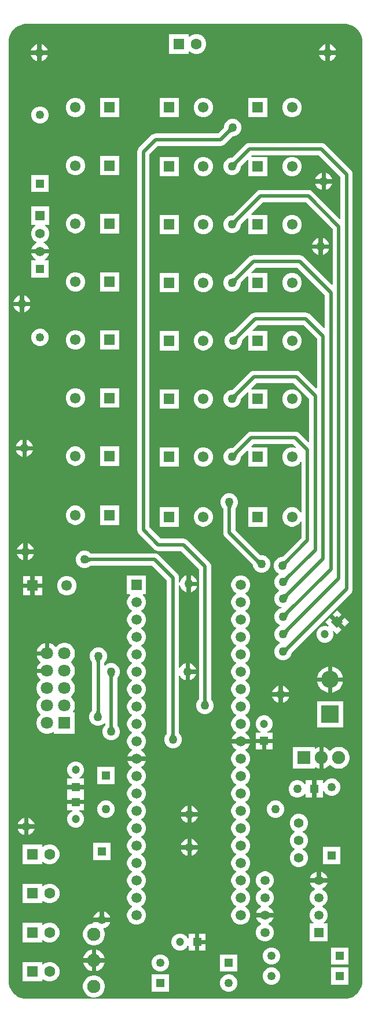
<source format=gtl>
G04*
G04 #@! TF.GenerationSoftware,Altium Limited,Altium Designer,24.7.2 (38)*
G04*
G04 Layer_Physical_Order=1*
G04 Layer_Color=255*
%FSLAX25Y25*%
%MOIN*%
G70*
G04*
G04 #@! TF.SameCoordinates,CC8A6A43-B504-4C59-8E3F-8C83A17D3AF1*
G04*
G04*
G04 #@! TF.FilePolarity,Positive*
G04*
G01*
G75*
%ADD20R,0.04724X0.04724*%
%ADD21C,0.04724*%
%ADD22C,0.04921*%
%ADD23R,0.04921X0.04921*%
%ADD24R,0.05315X0.05315*%
%ADD25C,0.05315*%
%ADD26C,0.06102*%
%ADD27R,0.06102X0.06102*%
%ADD29P,0.06681X4X270.0*%
%ADD30C,0.06299*%
%ADD31R,0.06299X0.06299*%
%ADD34R,0.04921X0.04921*%
%ADD41R,0.04724X0.04724*%
%ADD42R,0.05000X0.05000*%
%ADD43C,0.05000*%
%ADD44R,0.05000X0.05000*%
%ADD46C,0.02000*%
%ADD47R,0.05906X0.05906*%
%ADD48C,0.05906*%
%ADD49C,0.07600*%
%ADD50R,0.05512X0.05512*%
%ADD51C,0.05512*%
%ADD52C,0.07087*%
%ADD53R,0.07087X0.07087*%
%ADD54C,0.07520*%
%ADD55R,0.07520X0.07520*%
%ADD56C,0.10000*%
%ADD57R,0.10000X0.10000*%
G36*
X196417Y560116D02*
X198237Y559362D01*
X199875Y558267D01*
X201268Y556875D01*
X202362Y555237D01*
X203116Y553417D01*
X203500Y551485D01*
Y550500D01*
Y10000D01*
Y9015D01*
X203116Y7083D01*
X202362Y5263D01*
X201268Y3625D01*
X199875Y2232D01*
X198237Y1138D01*
X196417Y384D01*
X194485Y0D01*
X9015D01*
X7083Y384D01*
X5263Y1138D01*
X3625Y2232D01*
X2232Y3625D01*
X1138Y5263D01*
X384Y7083D01*
X0Y9015D01*
Y15500D01*
Y550500D01*
Y551485D01*
X384Y553417D01*
X1138Y555237D01*
X2232Y556875D01*
X3625Y558267D01*
X5263Y559362D01*
X7083Y560116D01*
X9015Y560500D01*
X194485D01*
X196417Y560116D01*
D02*
G37*
%LPC*%
G36*
X108744Y554650D02*
X107256D01*
X105819Y554265D01*
X104531Y553521D01*
X104112Y553101D01*
X103649Y553293D01*
Y554650D01*
X92350D01*
Y543351D01*
X103649D01*
Y544707D01*
X104112Y544899D01*
X104531Y544479D01*
X105819Y543736D01*
X107256Y543351D01*
X108744D01*
X110181Y543736D01*
X111469Y544479D01*
X112521Y545531D01*
X113265Y546819D01*
X113649Y548256D01*
Y549744D01*
X113265Y551181D01*
X112521Y552469D01*
X111469Y553521D01*
X110181Y554265D01*
X108744Y554650D01*
D02*
G37*
G36*
X184750Y548841D02*
Y545250D01*
X188341D01*
X188159Y545930D01*
X187501Y547070D01*
X186570Y548001D01*
X185430Y548659D01*
X184750Y548841D01*
D02*
G37*
G36*
X182250D02*
X181570Y548659D01*
X180430Y548001D01*
X179499Y547070D01*
X178841Y545930D01*
X178659Y545250D01*
X182250D01*
Y548841D01*
D02*
G37*
G36*
X18750D02*
Y545250D01*
X22341D01*
X22159Y545930D01*
X21501Y547070D01*
X20570Y548001D01*
X19430Y548659D01*
X18750Y548841D01*
D02*
G37*
G36*
X16250D02*
X15570Y548659D01*
X14430Y548001D01*
X13499Y547070D01*
X12841Y545930D01*
X12659Y545250D01*
X16250D01*
Y548841D01*
D02*
G37*
G36*
X188341Y542750D02*
X184750D01*
Y539159D01*
X185430Y539341D01*
X186570Y539999D01*
X187501Y540930D01*
X188159Y542070D01*
X188341Y542750D01*
D02*
G37*
G36*
X182250D02*
X178659D01*
X178841Y542070D01*
X179499Y540930D01*
X180430Y539999D01*
X181570Y539341D01*
X182250Y539159D01*
Y542750D01*
D02*
G37*
G36*
X22341D02*
X18750D01*
Y539159D01*
X19430Y539341D01*
X20570Y539999D01*
X21501Y540930D01*
X22159Y542070D01*
X22341Y542750D01*
D02*
G37*
G36*
X16250D02*
X12659D01*
X12841Y542070D01*
X13499Y540930D01*
X14430Y539999D01*
X15570Y539341D01*
X16250Y539159D01*
Y542750D01*
D02*
G37*
G36*
X163810Y518051D02*
X162348D01*
X160936Y517673D01*
X159671Y516942D01*
X158637Y515909D01*
X157906Y514643D01*
X157528Y513231D01*
Y511769D01*
X157906Y510357D01*
X158637Y509092D01*
X159671Y508058D01*
X160936Y507327D01*
X162348Y506949D01*
X163810D01*
X165222Y507327D01*
X166488Y508058D01*
X167521Y509092D01*
X168252Y510357D01*
X168630Y511769D01*
Y513231D01*
X168252Y514643D01*
X167521Y515909D01*
X166488Y516942D01*
X165222Y517673D01*
X163810Y518051D01*
D02*
G37*
G36*
X148945D02*
X137843D01*
Y506949D01*
X148945D01*
Y518051D01*
D02*
G37*
G36*
X112717D02*
X111256D01*
X109844Y517673D01*
X108578Y516942D01*
X107545Y515909D01*
X106814Y514643D01*
X106435Y513231D01*
Y511769D01*
X106814Y510357D01*
X107545Y509092D01*
X108578Y508058D01*
X109844Y507327D01*
X111256Y506949D01*
X112717D01*
X114129Y507327D01*
X115395Y508058D01*
X116429Y509092D01*
X117159Y510357D01*
X117538Y511769D01*
Y513231D01*
X117159Y514643D01*
X116429Y515909D01*
X115395Y516942D01*
X114129Y517673D01*
X112717Y518051D01*
D02*
G37*
G36*
X97853D02*
X86750D01*
Y506949D01*
X97853D01*
Y518051D01*
D02*
G37*
G36*
X63551D02*
X52449D01*
Y506949D01*
X63551D01*
Y518051D01*
D02*
G37*
G36*
X39046D02*
X37584D01*
X36172Y517673D01*
X34906Y516942D01*
X33873Y515909D01*
X33142Y514643D01*
X32763Y513231D01*
Y511769D01*
X33142Y510357D01*
X33873Y509092D01*
X34906Y508058D01*
X36172Y507327D01*
X37584Y506949D01*
X39046D01*
X40457Y507327D01*
X41723Y508058D01*
X42757Y509092D01*
X43488Y510357D01*
X43866Y511769D01*
Y513231D01*
X43488Y514643D01*
X42757Y515909D01*
X41723Y516942D01*
X40457Y517673D01*
X39046Y518051D01*
D02*
G37*
G36*
X18653Y513146D02*
X17347D01*
X16085Y512808D01*
X14954Y512154D01*
X14030Y511231D01*
X13377Y510100D01*
X13039Y508838D01*
Y507532D01*
X13377Y506270D01*
X14030Y505139D01*
X14954Y504215D01*
X16085Y503562D01*
X17347Y503224D01*
X18653D01*
X19915Y503562D01*
X21046Y504215D01*
X21969Y505139D01*
X22623Y506270D01*
X22961Y507532D01*
Y508838D01*
X22623Y510100D01*
X21969Y511231D01*
X21046Y512154D01*
X19915Y512808D01*
X18653Y513146D01*
D02*
G37*
G36*
X63551Y484634D02*
X52449D01*
Y473532D01*
X63551D01*
Y484634D01*
D02*
G37*
G36*
X39046D02*
X37584D01*
X36172Y484256D01*
X34906Y483525D01*
X33873Y482492D01*
X33142Y481226D01*
X32763Y479814D01*
Y478352D01*
X33142Y476941D01*
X33873Y475675D01*
X34906Y474641D01*
X36172Y473910D01*
X37584Y473532D01*
X39046D01*
X40457Y473910D01*
X41723Y474641D01*
X42757Y475675D01*
X43488Y476941D01*
X43866Y478352D01*
Y479814D01*
X43488Y481226D01*
X42757Y482492D01*
X41723Y483525D01*
X40457Y484256D01*
X39046Y484634D01*
D02*
G37*
G36*
X163810Y484134D02*
X162348D01*
X160936Y483756D01*
X159671Y483025D01*
X158637Y481992D01*
X157906Y480726D01*
X157528Y479314D01*
Y477852D01*
X157906Y476441D01*
X158637Y475175D01*
X159671Y474141D01*
X160936Y473410D01*
X162348Y473032D01*
X163810D01*
X165222Y473410D01*
X166488Y474141D01*
X167521Y475175D01*
X168252Y476441D01*
X168630Y477852D01*
Y479314D01*
X168252Y480726D01*
X167521Y481992D01*
X166488Y483025D01*
X165222Y483756D01*
X163810Y484134D01*
D02*
G37*
G36*
X112717D02*
X111256D01*
X109844Y483756D01*
X108578Y483025D01*
X107544Y481992D01*
X106813Y480726D01*
X106435Y479314D01*
Y477852D01*
X106813Y476441D01*
X107544Y475175D01*
X108578Y474141D01*
X109844Y473410D01*
X111256Y473032D01*
X112717D01*
X114129Y473410D01*
X115395Y474141D01*
X116428Y475175D01*
X117159Y476441D01*
X117537Y477852D01*
Y479314D01*
X117159Y480726D01*
X116428Y481992D01*
X115395Y483025D01*
X114129Y483756D01*
X112717Y484134D01*
D02*
G37*
G36*
X97852D02*
X86750D01*
Y473032D01*
X97852D01*
Y484134D01*
D02*
G37*
G36*
X182594Y474884D02*
Y471292D01*
X186186D01*
X186003Y471972D01*
X185345Y473112D01*
X184414Y474043D01*
X183274Y474701D01*
X182594Y474884D01*
D02*
G37*
G36*
X180094D02*
X179414Y474701D01*
X178274Y474043D01*
X177343Y473112D01*
X176685Y471972D01*
X176503Y471292D01*
X180094D01*
Y474884D01*
D02*
G37*
G36*
X186186Y468792D02*
X182594D01*
Y465201D01*
X183274Y465383D01*
X184414Y466041D01*
X185345Y466972D01*
X186003Y468112D01*
X186186Y468792D01*
D02*
G37*
G36*
X180094D02*
X176503D01*
X176685Y468112D01*
X177343Y466972D01*
X178274Y466041D01*
X179414Y465383D01*
X180094Y465201D01*
Y468792D01*
D02*
G37*
G36*
X22961Y473776D02*
X13039D01*
Y463854D01*
X22961D01*
Y473776D01*
D02*
G37*
G36*
X180000Y492030D02*
X138500D01*
X137586Y491910D01*
X136735Y491557D01*
X136004Y490996D01*
X128876Y483869D01*
X128810Y483827D01*
X128688Y483712D01*
X128635Y483668D01*
X128596Y483641D01*
X128583Y483633D01*
X128523Y483631D01*
X128320Y483583D01*
X127925D01*
X126653Y483243D01*
X125513Y482584D01*
X124582Y481653D01*
X123924Y480513D01*
X123583Y479242D01*
Y477925D01*
X123924Y476653D01*
X124582Y475513D01*
X125513Y474582D01*
X126653Y473924D01*
X127925Y473583D01*
X129242D01*
X130513Y473924D01*
X131653Y474582D01*
X132584Y475513D01*
X133243Y476653D01*
X133583Y477925D01*
Y478320D01*
X133631Y478523D01*
X133633Y478583D01*
X133641Y478596D01*
X133668Y478635D01*
X133713Y478688D01*
X133827Y478810D01*
X133869Y478876D01*
X137381Y482388D01*
X137843Y482197D01*
Y473032D01*
X148945D01*
Y484134D01*
X139780D01*
X139589Y484596D01*
X139962Y484970D01*
X178538D01*
X190970Y472538D01*
Y448676D01*
X190508Y448485D01*
X174996Y463996D01*
X174265Y464557D01*
X173414Y464910D01*
X172500Y465030D01*
X144917D01*
X144917Y465030D01*
X144003Y464910D01*
X143152Y464557D01*
X142421Y463996D01*
X128876Y450452D01*
X128810Y450410D01*
X128688Y450296D01*
X128635Y450252D01*
X128596Y450224D01*
X128583Y450216D01*
X128523Y450214D01*
X128320Y450167D01*
X127925D01*
X126653Y449826D01*
X125513Y449167D01*
X124582Y448237D01*
X123924Y447096D01*
X123583Y445825D01*
Y444508D01*
X123924Y443236D01*
X124582Y442096D01*
X125513Y441165D01*
X126653Y440507D01*
X127925Y440167D01*
X129242D01*
X130513Y440507D01*
X131653Y441165D01*
X132584Y442096D01*
X133243Y443236D01*
X133583Y444508D01*
Y444903D01*
X133631Y445106D01*
X133633Y445166D01*
X133641Y445179D01*
X133668Y445218D01*
X133713Y445271D01*
X133827Y445393D01*
X133869Y445460D01*
X137381Y448972D01*
X137843Y448780D01*
Y439615D01*
X148945D01*
Y450718D01*
X139780D01*
X139589Y451180D01*
X146379Y457970D01*
X171038D01*
X186470Y442538D01*
Y410676D01*
X186008Y410485D01*
X169996Y426496D01*
X169265Y427057D01*
X168414Y427410D01*
X167500Y427530D01*
X140833D01*
X140833Y427530D01*
X139920Y427410D01*
X139068Y427057D01*
X138337Y426496D01*
X128876Y417035D01*
X128810Y416994D01*
X128688Y416879D01*
X128635Y416835D01*
X128596Y416807D01*
X128583Y416799D01*
X128523Y416797D01*
X128320Y416750D01*
X127925D01*
X126653Y416409D01*
X125513Y415751D01*
X124582Y414820D01*
X123924Y413680D01*
X123583Y412408D01*
Y411092D01*
X123924Y409820D01*
X124582Y408680D01*
X125513Y407749D01*
X126653Y407091D01*
X127925Y406750D01*
X129242D01*
X130513Y407091D01*
X131653Y407749D01*
X132584Y408680D01*
X133243Y409820D01*
X133583Y411092D01*
Y411487D01*
X133631Y411689D01*
X133633Y411750D01*
X133641Y411763D01*
X133668Y411801D01*
X133713Y411855D01*
X133827Y411976D01*
X133869Y412043D01*
X137381Y415555D01*
X137843Y415364D01*
Y406199D01*
X148945D01*
Y417301D01*
X139780D01*
X139589Y417763D01*
X142296Y420470D01*
X166038D01*
X181970Y404538D01*
Y385676D01*
X181508Y385485D01*
X173496Y393496D01*
X172765Y394057D01*
X171914Y394410D01*
X171000Y394530D01*
X141833D01*
X140920Y394410D01*
X140068Y394057D01*
X139337Y393496D01*
X129460Y383619D01*
X129393Y383577D01*
X129271Y383463D01*
X129218Y383418D01*
X129180Y383391D01*
X129166Y383383D01*
X129106Y383381D01*
X128904Y383333D01*
X128508D01*
X127237Y382993D01*
X126097Y382334D01*
X125166Y381403D01*
X124507Y380263D01*
X124167Y378992D01*
Y377675D01*
X124507Y376403D01*
X125166Y375263D01*
X126097Y374332D01*
X127237Y373674D01*
X128508Y373333D01*
X129825D01*
X131097Y373674D01*
X132237Y374332D01*
X133168Y375263D01*
X133826Y376403D01*
X134167Y377675D01*
Y378070D01*
X134214Y378273D01*
X134216Y378333D01*
X134224Y378346D01*
X134252Y378385D01*
X134296Y378438D01*
X134411Y378560D01*
X134452Y378626D01*
X137381Y381555D01*
X137843Y381364D01*
Y372782D01*
X148945D01*
Y383885D01*
X140364D01*
X140172Y384346D01*
X143296Y387470D01*
X169538D01*
X177470Y379538D01*
Y351176D01*
X177008Y350985D01*
X167996Y359996D01*
X167265Y360557D01*
X166414Y360910D01*
X165500Y361030D01*
X141167D01*
X140253Y360910D01*
X139401Y360557D01*
X138670Y359996D01*
X128876Y350202D01*
X128810Y350161D01*
X128688Y350046D01*
X128635Y350002D01*
X128596Y349974D01*
X128583Y349966D01*
X128523Y349964D01*
X128320Y349917D01*
X127925D01*
X126653Y349576D01*
X125513Y348918D01*
X124582Y347987D01*
X123924Y346847D01*
X123583Y345575D01*
Y344258D01*
X123924Y342987D01*
X124582Y341847D01*
X125513Y340916D01*
X126653Y340257D01*
X127925Y339917D01*
X129242D01*
X130513Y340257D01*
X131653Y340916D01*
X132584Y341847D01*
X133243Y342987D01*
X133583Y344258D01*
Y344654D01*
X133631Y344856D01*
X133633Y344916D01*
X133641Y344930D01*
X133668Y344968D01*
X133713Y345021D01*
X133827Y345143D01*
X133869Y345210D01*
X137381Y348722D01*
X137843Y348530D01*
Y339366D01*
X148945D01*
Y350468D01*
X139780D01*
X139589Y350930D01*
X142629Y353970D01*
X164038D01*
X172970Y345038D01*
Y320176D01*
X172508Y319985D01*
X167496Y324996D01*
X166765Y325557D01*
X165914Y325910D01*
X165000Y326030D01*
X139583D01*
X139583Y326030D01*
X138670Y325910D01*
X137818Y325557D01*
X137087Y324996D01*
X128876Y316786D01*
X128810Y316744D01*
X128688Y316629D01*
X128635Y316585D01*
X128596Y316558D01*
X128583Y316549D01*
X128523Y316547D01*
X128320Y316500D01*
X127925D01*
X126653Y316159D01*
X125513Y315501D01*
X124582Y314570D01*
X123924Y313430D01*
X123583Y312158D01*
Y310842D01*
X123924Y309570D01*
X124582Y308430D01*
X125513Y307499D01*
X126653Y306841D01*
X127925Y306500D01*
X129242D01*
X130513Y306841D01*
X131653Y307499D01*
X132584Y308430D01*
X133243Y309570D01*
X133583Y310842D01*
Y311237D01*
X133631Y311440D01*
X133633Y311500D01*
X133641Y311513D01*
X133668Y311551D01*
X133713Y311605D01*
X133827Y311727D01*
X133869Y311793D01*
X137381Y315305D01*
X137843Y315114D01*
Y305949D01*
X148945D01*
Y317051D01*
X139780D01*
X139589Y317513D01*
X141045Y318970D01*
X163538D01*
X165353Y317155D01*
X165093Y316707D01*
X163810Y317051D01*
X162348D01*
X160936Y316673D01*
X159671Y315942D01*
X158637Y314909D01*
X157906Y313643D01*
X157528Y312231D01*
Y310769D01*
X157906Y309357D01*
X158637Y308092D01*
X159671Y307058D01*
X160936Y306327D01*
X162348Y305949D01*
X163810D01*
X165222Y306327D01*
X166488Y307058D01*
X167521Y308092D01*
X167970Y308869D01*
X168470Y308735D01*
Y279765D01*
X167970Y279631D01*
X167521Y280408D01*
X166488Y281442D01*
X165222Y282173D01*
X163810Y282551D01*
X162348D01*
X160936Y282173D01*
X159671Y281442D01*
X158637Y280408D01*
X157906Y279143D01*
X157528Y277731D01*
Y276269D01*
X157906Y274857D01*
X158637Y273591D01*
X159671Y272558D01*
X160936Y271827D01*
X162348Y271449D01*
X163810D01*
X165222Y271827D01*
X166488Y272558D01*
X167521Y273591D01*
X167970Y274368D01*
X168470Y274234D01*
Y264962D01*
X157793Y254285D01*
X157727Y254244D01*
X157605Y254129D01*
X157551Y254085D01*
X157513Y254057D01*
X157500Y254049D01*
X157439Y254047D01*
X157237Y254000D01*
X156842D01*
X155570Y253659D01*
X154430Y253001D01*
X153499Y252070D01*
X152841Y250930D01*
X152500Y249658D01*
Y248342D01*
X152841Y247070D01*
X153499Y245930D01*
X154430Y244999D01*
X155477Y244394D01*
X155540Y244067D01*
X155514Y243838D01*
X154930Y243501D01*
X153999Y242570D01*
X153341Y241430D01*
X153000Y240158D01*
Y238842D01*
X153341Y237570D01*
X153999Y236430D01*
X154930Y235499D01*
X155727Y235039D01*
Y234461D01*
X154930Y234001D01*
X153999Y233070D01*
X153341Y231930D01*
X153000Y230658D01*
Y229342D01*
X153341Y228070D01*
X153999Y226930D01*
X154930Y225999D01*
X156070Y225341D01*
X157176Y225044D01*
X157356Y224638D01*
X157361Y224500D01*
X157342D01*
X156070Y224159D01*
X154930Y223501D01*
X153999Y222570D01*
X153341Y221430D01*
X153000Y220158D01*
Y218842D01*
X153341Y217570D01*
X153999Y216430D01*
X154930Y215499D01*
X156070Y214841D01*
X156409Y214750D01*
Y214250D01*
X156070Y214159D01*
X154930Y213501D01*
X153999Y212570D01*
X153341Y211430D01*
X153000Y210158D01*
Y208842D01*
X153341Y207570D01*
X153999Y206430D01*
X154930Y205499D01*
X156070Y204841D01*
X156409Y204750D01*
Y204250D01*
X156070Y204159D01*
X154930Y203501D01*
X153999Y202570D01*
X153341Y201430D01*
X153000Y200158D01*
Y198842D01*
X153341Y197570D01*
X153999Y196430D01*
X154930Y195499D01*
X156070Y194841D01*
X157342Y194500D01*
X158658D01*
X159930Y194841D01*
X161070Y195499D01*
X162001Y196430D01*
X162659Y197570D01*
X162933Y198590D01*
X162991Y198743D01*
X163010Y198855D01*
X163015Y198875D01*
X163023Y198898D01*
X163034Y198927D01*
X163053Y198964D01*
X163079Y199010D01*
X163116Y199065D01*
X163165Y199130D01*
X163229Y199204D01*
X163352Y199334D01*
X163395Y199403D01*
X196996Y233004D01*
X197557Y233735D01*
X197910Y234586D01*
X198030Y235500D01*
Y474000D01*
X197910Y474914D01*
X197557Y475765D01*
X196996Y476496D01*
X182496Y490996D01*
X181765Y491557D01*
X180914Y491910D01*
X180000Y492030D01*
D02*
G37*
G36*
X63551Y451218D02*
X52449D01*
Y440115D01*
X63551D01*
Y451218D01*
D02*
G37*
G36*
X39046D02*
X37584D01*
X36172Y450840D01*
X34906Y450109D01*
X33873Y449075D01*
X33142Y447809D01*
X32764Y446397D01*
Y444936D01*
X33142Y443524D01*
X33873Y442258D01*
X34906Y441225D01*
X36172Y440494D01*
X37584Y440115D01*
X39046D01*
X40458Y440494D01*
X41723Y441225D01*
X42757Y442258D01*
X43488Y443524D01*
X43866Y444936D01*
Y446397D01*
X43488Y447809D01*
X42757Y449075D01*
X41723Y450109D01*
X40458Y450840D01*
X39046Y451218D01*
D02*
G37*
G36*
X163810Y450718D02*
X162348D01*
X160936Y450339D01*
X159670Y449609D01*
X158637Y448575D01*
X157906Y447309D01*
X157528Y445897D01*
Y444436D01*
X157906Y443024D01*
X158637Y441758D01*
X159670Y440724D01*
X160936Y439994D01*
X162348Y439615D01*
X163810D01*
X165222Y439994D01*
X166487Y440724D01*
X167521Y441758D01*
X168252Y443024D01*
X168630Y444436D01*
Y445897D01*
X168252Y447309D01*
X167521Y448575D01*
X166487Y449609D01*
X165222Y450339D01*
X163810Y450718D01*
D02*
G37*
G36*
X112717D02*
X111256D01*
X109844Y450339D01*
X108578Y449609D01*
X107545Y448575D01*
X106814Y447309D01*
X106435Y445897D01*
Y444436D01*
X106814Y443024D01*
X107545Y441758D01*
X108578Y440724D01*
X109844Y439994D01*
X111256Y439615D01*
X112717D01*
X114129Y439994D01*
X115395Y440724D01*
X116429Y441758D01*
X117159Y443024D01*
X117538Y444436D01*
Y445897D01*
X117159Y447309D01*
X116429Y448575D01*
X115395Y449609D01*
X114129Y450339D01*
X112717Y450718D01*
D02*
G37*
G36*
X97852D02*
X86750D01*
Y439615D01*
X97852D01*
Y450718D01*
D02*
G37*
G36*
X180750Y437341D02*
Y433750D01*
X184341D01*
X184159Y434430D01*
X183501Y435570D01*
X182570Y436501D01*
X181430Y437159D01*
X180750Y437341D01*
D02*
G37*
G36*
X178250D02*
X177570Y437159D01*
X176430Y436501D01*
X175499Y435570D01*
X174841Y434430D01*
X174659Y433750D01*
X178250D01*
Y437341D01*
D02*
G37*
G36*
X23256Y455492D02*
X12744D01*
Y444980D01*
X15114D01*
X15248Y444480D01*
X14773Y444206D01*
X13794Y443227D01*
X13102Y442029D01*
X12744Y440692D01*
Y439308D01*
X13102Y437971D01*
X13794Y436773D01*
X14773Y435794D01*
X15880Y435155D01*
X15931Y434882D01*
X15880Y434609D01*
X14773Y433970D01*
X13794Y432991D01*
X13102Y431793D01*
X12893Y431014D01*
X23106D01*
X22898Y431793D01*
X22206Y432991D01*
X21227Y433970D01*
X20120Y434609D01*
X20069Y434882D01*
X20120Y435155D01*
X21227Y435794D01*
X22206Y436773D01*
X22898Y437971D01*
X23256Y439308D01*
Y440692D01*
X22898Y442029D01*
X22206Y443227D01*
X21227Y444206D01*
X20752Y444480D01*
X20886Y444980D01*
X23256D01*
Y455492D01*
D02*
G37*
G36*
X184341Y431250D02*
X180750D01*
Y427659D01*
X181430Y427841D01*
X182570Y428499D01*
X183501Y429430D01*
X184159Y430570D01*
X184341Y431250D01*
D02*
G37*
G36*
X178250D02*
X174659D01*
X174841Y430570D01*
X175499Y429430D01*
X176430Y428499D01*
X177570Y427841D01*
X178250Y427659D01*
Y431250D01*
D02*
G37*
G36*
X23106Y428514D02*
X12893D01*
X13102Y427735D01*
X13794Y426537D01*
X14773Y425558D01*
X15487Y425146D01*
X15353Y424646D01*
X13039D01*
Y414724D01*
X22961D01*
Y424646D01*
X20647D01*
X20513Y425146D01*
X21227Y425558D01*
X22206Y426537D01*
X22898Y427735D01*
X23106Y428514D01*
D02*
G37*
G36*
X63551Y417801D02*
X52449D01*
Y406699D01*
X63551D01*
Y417801D01*
D02*
G37*
G36*
X39046D02*
X37584D01*
X36172Y417423D01*
X34906Y416692D01*
X33873Y415659D01*
X33142Y414393D01*
X32763Y412981D01*
Y411519D01*
X33142Y410107D01*
X33873Y408842D01*
X34906Y407808D01*
X36172Y407077D01*
X37584Y406699D01*
X39046D01*
X40457Y407077D01*
X41723Y407808D01*
X42757Y408842D01*
X43488Y410107D01*
X43866Y411519D01*
Y412981D01*
X43488Y414393D01*
X42757Y415659D01*
X41723Y416692D01*
X40457Y417423D01*
X39046Y417801D01*
D02*
G37*
G36*
X163810Y417301D02*
X162348D01*
X160936Y416923D01*
X159671Y416192D01*
X158637Y415158D01*
X157906Y413893D01*
X157528Y412481D01*
Y411019D01*
X157906Y409607D01*
X158637Y408341D01*
X159671Y407308D01*
X160936Y406577D01*
X162348Y406199D01*
X163810D01*
X165222Y406577D01*
X166488Y407308D01*
X167521Y408341D01*
X168252Y409607D01*
X168630Y411019D01*
Y412481D01*
X168252Y413893D01*
X167521Y415158D01*
X166488Y416192D01*
X165222Y416923D01*
X163810Y417301D01*
D02*
G37*
G36*
X112717D02*
X111256D01*
X109844Y416923D01*
X108578Y416192D01*
X107545Y415158D01*
X106814Y413893D01*
X106435Y412481D01*
Y411019D01*
X106814Y409607D01*
X107545Y408341D01*
X108578Y407308D01*
X109844Y406577D01*
X111256Y406199D01*
X112717D01*
X114129Y406577D01*
X115395Y407308D01*
X116429Y408341D01*
X117159Y409607D01*
X117538Y411019D01*
Y412481D01*
X117159Y413893D01*
X116429Y415158D01*
X115395Y416192D01*
X114129Y416923D01*
X112717Y417301D01*
D02*
G37*
G36*
X97852D02*
X86750D01*
Y406199D01*
X97852D01*
Y417301D01*
D02*
G37*
G36*
X8750Y404341D02*
Y400750D01*
X12341D01*
X12159Y401430D01*
X11501Y402570D01*
X10570Y403501D01*
X9430Y404159D01*
X8750Y404341D01*
D02*
G37*
G36*
X6250D02*
X5570Y404159D01*
X4430Y403501D01*
X3499Y402570D01*
X2841Y401430D01*
X2659Y400750D01*
X6250D01*
Y404341D01*
D02*
G37*
G36*
X12341Y398250D02*
X8750D01*
Y394659D01*
X9430Y394841D01*
X10570Y395499D01*
X11501Y396430D01*
X12159Y397570D01*
X12341Y398250D01*
D02*
G37*
G36*
X6250D02*
X2659D01*
X2841Y397570D01*
X3499Y396430D01*
X4430Y395499D01*
X5570Y394841D01*
X6250Y394659D01*
Y398250D01*
D02*
G37*
G36*
X18653Y385276D02*
X17347D01*
X16085Y384938D01*
X14954Y384284D01*
X14030Y383361D01*
X13377Y382230D01*
X13039Y380968D01*
Y379662D01*
X13377Y378400D01*
X14030Y377269D01*
X14954Y376345D01*
X16085Y375692D01*
X17347Y375354D01*
X18653D01*
X19915Y375692D01*
X21046Y376345D01*
X21969Y377269D01*
X22623Y378400D01*
X22961Y379662D01*
Y380968D01*
X22623Y382230D01*
X21969Y383361D01*
X21046Y384284D01*
X19915Y384938D01*
X18653Y385276D01*
D02*
G37*
G36*
X63551Y384384D02*
X52449D01*
Y373282D01*
X63551D01*
Y384384D01*
D02*
G37*
G36*
X39046D02*
X37584D01*
X36172Y384006D01*
X34906Y383275D01*
X33873Y382242D01*
X33142Y380976D01*
X32763Y379564D01*
Y378102D01*
X33142Y376691D01*
X33873Y375425D01*
X34906Y374391D01*
X36172Y373660D01*
X37584Y373282D01*
X39046D01*
X40457Y373660D01*
X41723Y374391D01*
X42757Y375425D01*
X43488Y376691D01*
X43866Y378102D01*
Y379564D01*
X43488Y380976D01*
X42757Y382242D01*
X41723Y383275D01*
X40457Y384006D01*
X39046Y384384D01*
D02*
G37*
G36*
X163810Y383885D02*
X162348D01*
X160936Y383506D01*
X159671Y382775D01*
X158637Y381742D01*
X157906Y380476D01*
X157528Y379064D01*
Y377602D01*
X157906Y376191D01*
X158637Y374925D01*
X159671Y373891D01*
X160936Y373160D01*
X162348Y372782D01*
X163810D01*
X165222Y373160D01*
X166488Y373891D01*
X167521Y374925D01*
X168252Y376191D01*
X168630Y377602D01*
Y379064D01*
X168252Y380476D01*
X167521Y381742D01*
X166488Y382775D01*
X165222Y383506D01*
X163810Y383885D01*
D02*
G37*
G36*
X112717D02*
X111256D01*
X109844Y383506D01*
X108578Y382775D01*
X107545Y381742D01*
X106814Y380476D01*
X106435Y379064D01*
Y377602D01*
X106814Y376191D01*
X107545Y374925D01*
X108578Y373891D01*
X109844Y373160D01*
X111256Y372782D01*
X112717D01*
X114129Y373160D01*
X115395Y373891D01*
X116429Y374925D01*
X117159Y376191D01*
X117538Y377602D01*
Y379064D01*
X117159Y380476D01*
X116429Y381742D01*
X115395Y382775D01*
X114129Y383506D01*
X112717Y383885D01*
D02*
G37*
G36*
X97852D02*
X86750D01*
Y372782D01*
X97852D01*
Y383885D01*
D02*
G37*
G36*
X63551Y350968D02*
X52449D01*
Y339865D01*
X63551D01*
Y350968D01*
D02*
G37*
G36*
X39046D02*
X37584D01*
X36172Y350590D01*
X34906Y349859D01*
X33873Y348825D01*
X33142Y347559D01*
X32764Y346147D01*
Y344686D01*
X33142Y343274D01*
X33873Y342008D01*
X34906Y340975D01*
X36172Y340244D01*
X37584Y339865D01*
X39046D01*
X40458Y340244D01*
X41723Y340975D01*
X42757Y342008D01*
X43488Y343274D01*
X43866Y344686D01*
Y346147D01*
X43488Y347559D01*
X42757Y348825D01*
X41723Y349859D01*
X40458Y350590D01*
X39046Y350968D01*
D02*
G37*
G36*
X163810Y350468D02*
X162348D01*
X160936Y350090D01*
X159671Y349359D01*
X158637Y348325D01*
X157906Y347059D01*
X157528Y345648D01*
Y344186D01*
X157906Y342774D01*
X158637Y341508D01*
X159671Y340475D01*
X160936Y339744D01*
X162348Y339366D01*
X163810D01*
X165222Y339744D01*
X166488Y340475D01*
X167521Y341508D01*
X168252Y342774D01*
X168630Y344186D01*
Y345648D01*
X168252Y347059D01*
X167521Y348325D01*
X166488Y349359D01*
X165222Y350090D01*
X163810Y350468D01*
D02*
G37*
G36*
X112717D02*
X111256D01*
X109844Y350090D01*
X108578Y349359D01*
X107545Y348325D01*
X106814Y347059D01*
X106435Y345648D01*
Y344186D01*
X106814Y342774D01*
X107545Y341508D01*
X108578Y340475D01*
X109844Y339744D01*
X111256Y339366D01*
X112717D01*
X114129Y339744D01*
X115395Y340475D01*
X116429Y341508D01*
X117159Y342774D01*
X117538Y344186D01*
Y345648D01*
X117159Y347059D01*
X116429Y348325D01*
X115395Y349359D01*
X114129Y350090D01*
X112717Y350468D01*
D02*
G37*
G36*
X97852D02*
X86750D01*
Y339366D01*
X97852D01*
Y350468D01*
D02*
G37*
G36*
X10250Y321341D02*
Y317750D01*
X13841D01*
X13659Y318430D01*
X13001Y319570D01*
X12070Y320501D01*
X10930Y321159D01*
X10250Y321341D01*
D02*
G37*
G36*
X7750D02*
X7070Y321159D01*
X5930Y320501D01*
X4999Y319570D01*
X4341Y318430D01*
X4159Y317750D01*
X7750D01*
Y321341D01*
D02*
G37*
G36*
X13841Y315250D02*
X10250D01*
Y311659D01*
X10930Y311841D01*
X12070Y312499D01*
X13001Y313430D01*
X13659Y314570D01*
X13841Y315250D01*
D02*
G37*
G36*
X7750D02*
X4159D01*
X4341Y314570D01*
X4999Y313430D01*
X5930Y312499D01*
X7070Y311841D01*
X7750Y311659D01*
Y315250D01*
D02*
G37*
G36*
X63551Y317551D02*
X52449D01*
Y306449D01*
X63551D01*
Y317551D01*
D02*
G37*
G36*
X39046D02*
X37584D01*
X36172Y317173D01*
X34906Y316442D01*
X33873Y315409D01*
X33142Y314143D01*
X32763Y312731D01*
Y311269D01*
X33142Y309857D01*
X33873Y308592D01*
X34906Y307558D01*
X36172Y306827D01*
X37584Y306449D01*
X39046D01*
X40457Y306827D01*
X41723Y307558D01*
X42757Y308592D01*
X43488Y309857D01*
X43866Y311269D01*
Y312731D01*
X43488Y314143D01*
X42757Y315409D01*
X41723Y316442D01*
X40457Y317173D01*
X39046Y317551D01*
D02*
G37*
G36*
X112717Y317051D02*
X111256D01*
X109844Y316673D01*
X108578Y315942D01*
X107545Y314909D01*
X106814Y313643D01*
X106435Y312231D01*
Y310769D01*
X106814Y309357D01*
X107545Y308092D01*
X108578Y307058D01*
X109844Y306327D01*
X111256Y305949D01*
X112717D01*
X114129Y306327D01*
X115395Y307058D01*
X116429Y308092D01*
X117159Y309357D01*
X117538Y310769D01*
Y312231D01*
X117159Y313643D01*
X116429Y314909D01*
X115395Y315942D01*
X114129Y316673D01*
X112717Y317051D01*
D02*
G37*
G36*
X97852D02*
X86750D01*
Y305949D01*
X97852D01*
Y317051D01*
D02*
G37*
G36*
X63551Y283551D02*
X52449D01*
Y272449D01*
X63551D01*
Y283551D01*
D02*
G37*
G36*
X39046D02*
X37584D01*
X36172Y283173D01*
X34906Y282442D01*
X33873Y281409D01*
X33142Y280143D01*
X32764Y278731D01*
Y277269D01*
X33142Y275857D01*
X33873Y274592D01*
X34906Y273558D01*
X36172Y272827D01*
X37584Y272449D01*
X39046D01*
X40458Y272827D01*
X41723Y273558D01*
X42757Y274592D01*
X43488Y275857D01*
X43866Y277269D01*
Y278731D01*
X43488Y280143D01*
X42757Y281409D01*
X41723Y282442D01*
X40458Y283173D01*
X39046Y283551D01*
D02*
G37*
G36*
X148945Y282551D02*
X137843D01*
Y271449D01*
X148945D01*
Y282551D01*
D02*
G37*
G36*
X112717D02*
X111256D01*
X109844Y282173D01*
X108578Y281442D01*
X107544Y280408D01*
X106813Y279143D01*
X106435Y277731D01*
Y276269D01*
X106813Y274857D01*
X107544Y273591D01*
X108578Y272558D01*
X109844Y271827D01*
X111256Y271449D01*
X112717D01*
X114129Y271827D01*
X115395Y272558D01*
X116428Y273591D01*
X117159Y274857D01*
X117537Y276269D01*
Y277731D01*
X117159Y279143D01*
X116428Y280408D01*
X115395Y281442D01*
X114129Y282173D01*
X112717Y282551D01*
D02*
G37*
G36*
X97852D02*
X86750D01*
Y271449D01*
X97852D01*
Y282551D01*
D02*
G37*
G36*
X10750Y261841D02*
Y258250D01*
X14341D01*
X14159Y258930D01*
X13501Y260070D01*
X12570Y261001D01*
X11430Y261659D01*
X10750Y261841D01*
D02*
G37*
G36*
X8250D02*
X7570Y261659D01*
X6430Y261001D01*
X5499Y260070D01*
X4841Y258930D01*
X4659Y258250D01*
X8250D01*
Y261841D01*
D02*
G37*
G36*
X14341Y255750D02*
X10750D01*
Y252159D01*
X11430Y252341D01*
X12570Y252999D01*
X13501Y253930D01*
X14159Y255070D01*
X14341Y255750D01*
D02*
G37*
G36*
X8250D02*
X4659D01*
X4841Y255070D01*
X5499Y253930D01*
X6430Y252999D01*
X7570Y252341D01*
X8250Y252159D01*
Y255750D01*
D02*
G37*
G36*
X127658Y290500D02*
X126342D01*
X125070Y290159D01*
X123930Y289501D01*
X122999Y288570D01*
X122341Y287430D01*
X122000Y286158D01*
Y284842D01*
X122341Y283570D01*
X122999Y282430D01*
X123278Y282151D01*
X123388Y281974D01*
X123429Y281930D01*
X123433Y281915D01*
X123441Y281868D01*
X123447Y281799D01*
X123452Y281632D01*
X123470Y281556D01*
Y268000D01*
X123590Y267086D01*
X123943Y266235D01*
X124504Y265504D01*
X140105Y249903D01*
X140148Y249834D01*
X140271Y249704D01*
X140335Y249630D01*
X140384Y249565D01*
X140421Y249510D01*
X140447Y249464D01*
X140465Y249427D01*
X140477Y249398D01*
X140485Y249375D01*
X140490Y249355D01*
X140509Y249243D01*
X140567Y249090D01*
X140841Y248070D01*
X141499Y246930D01*
X142430Y245999D01*
X143570Y245341D01*
X144842Y245000D01*
X146158D01*
X147430Y245341D01*
X148570Y245999D01*
X149501Y246930D01*
X150159Y248070D01*
X150500Y249342D01*
Y250658D01*
X150159Y251930D01*
X149501Y253070D01*
X148570Y254001D01*
X147430Y254659D01*
X146158Y255000D01*
X145023D01*
X144930Y255087D01*
X144866Y255127D01*
X130530Y269462D01*
Y281556D01*
X130548Y281632D01*
X130553Y281799D01*
X130559Y281868D01*
X130567Y281915D01*
X130571Y281930D01*
X130612Y281974D01*
X130721Y282151D01*
X131001Y282430D01*
X131659Y283570D01*
X132000Y284842D01*
Y286158D01*
X131659Y287430D01*
X131001Y288570D01*
X130070Y289501D01*
X128930Y290159D01*
X127658Y290500D01*
D02*
G37*
G36*
X104750Y243341D02*
Y239750D01*
X108341D01*
X108159Y240430D01*
X107501Y241570D01*
X106570Y242501D01*
X105430Y243159D01*
X104750Y243341D01*
D02*
G37*
G36*
X19208Y243051D02*
X14907D01*
Y238750D01*
X19208D01*
Y243051D01*
D02*
G37*
G36*
X12407D02*
X8106D01*
Y238750D01*
X12407D01*
Y243051D01*
D02*
G37*
G36*
X108341Y237250D02*
X104750D01*
Y233659D01*
X105430Y233841D01*
X106570Y234499D01*
X107501Y235430D01*
X108159Y236570D01*
X108341Y237250D01*
D02*
G37*
G36*
X44158Y257500D02*
X42842D01*
X41570Y257159D01*
X40430Y256501D01*
X39499Y255570D01*
X38841Y254430D01*
X38500Y253158D01*
Y251842D01*
X38841Y250570D01*
X39499Y249430D01*
X40430Y248499D01*
X41570Y247841D01*
X42842Y247500D01*
X44158D01*
X45430Y247841D01*
X46570Y248499D01*
X46850Y248778D01*
X47026Y248888D01*
X47070Y248929D01*
X47085Y248933D01*
X47132Y248941D01*
X47201Y248947D01*
X47368Y248952D01*
X47444Y248970D01*
X82538D01*
X90970Y240538D01*
Y152945D01*
X90952Y152868D01*
X90947Y152701D01*
X90941Y152632D01*
X90933Y152585D01*
X90929Y152570D01*
X90888Y152526D01*
X90778Y152349D01*
X90499Y152070D01*
X89841Y150930D01*
X89500Y149658D01*
Y148342D01*
X89841Y147070D01*
X90499Y145930D01*
X91430Y144999D01*
X92570Y144341D01*
X93842Y144000D01*
X95158D01*
X96430Y144341D01*
X97570Y144999D01*
X98501Y145930D01*
X99159Y147070D01*
X99500Y148342D01*
Y149658D01*
X99159Y150930D01*
X98501Y152070D01*
X98222Y152349D01*
X98112Y152526D01*
X98071Y152570D01*
X98067Y152585D01*
X98059Y152632D01*
X98053Y152701D01*
X98048Y152868D01*
X98030Y152945D01*
Y185608D01*
X98530Y185742D01*
X98999Y184930D01*
X99930Y183999D01*
X101070Y183341D01*
X101750Y183159D01*
Y188000D01*
Y192841D01*
X101070Y192659D01*
X99930Y192001D01*
X98999Y191070D01*
X98530Y190258D01*
X98030Y190392D01*
Y237663D01*
X98530Y237729D01*
X98841Y236570D01*
X99499Y235430D01*
X100430Y234499D01*
X101570Y233841D01*
X102250Y233659D01*
Y238500D01*
Y243341D01*
X101570Y243159D01*
X100430Y242501D01*
X99499Y241570D01*
X98841Y240430D01*
X98530Y239271D01*
X98030Y239337D01*
Y242000D01*
X97910Y242914D01*
X97557Y243765D01*
X96996Y244496D01*
X86496Y254996D01*
X85765Y255557D01*
X84914Y255910D01*
X84000Y256030D01*
X47444D01*
X47368Y256048D01*
X47201Y256053D01*
X47132Y256059D01*
X47085Y256067D01*
X47070Y256071D01*
X47026Y256112D01*
X46850Y256222D01*
X46570Y256501D01*
X45430Y257159D01*
X44158Y257500D01*
D02*
G37*
G36*
X34073Y243051D02*
X32612D01*
X31200Y242673D01*
X29934Y241942D01*
X28901Y240909D01*
X28170Y239643D01*
X27791Y238231D01*
Y236769D01*
X28170Y235357D01*
X28901Y234092D01*
X29934Y233058D01*
X31200Y232327D01*
X32612Y231949D01*
X34073D01*
X35485Y232327D01*
X36751Y233058D01*
X37785Y234092D01*
X38515Y235357D01*
X38894Y236769D01*
Y238231D01*
X38515Y239643D01*
X37785Y240909D01*
X36751Y241942D01*
X35485Y242673D01*
X34073Y243051D01*
D02*
G37*
G36*
X19208Y236250D02*
X14907D01*
Y231949D01*
X19208D01*
Y236250D01*
D02*
G37*
G36*
X12407D02*
X8106D01*
Y231949D01*
X12407D01*
Y236250D01*
D02*
G37*
G36*
X189000Y223376D02*
X186446Y220822D01*
X189000Y218268D01*
X191554Y220822D01*
X189000Y223376D01*
D02*
G37*
G36*
X184678Y219054D02*
X182124Y216500D01*
X184113Y214511D01*
X184045Y214359D01*
X183819Y214097D01*
X182680Y214403D01*
X181400D01*
X180164Y214071D01*
X179055Y213431D01*
X178149Y212526D01*
X177509Y211417D01*
X177178Y210180D01*
Y208900D01*
X177509Y207663D01*
X178149Y206555D01*
X179055Y205649D01*
X180164Y205009D01*
X181400Y204678D01*
X182680D01*
X183917Y205009D01*
X185026Y205649D01*
X185931Y206555D01*
X186571Y207663D01*
X186902Y208900D01*
Y210180D01*
X186597Y211319D01*
X186859Y211545D01*
X187011Y211613D01*
X189000Y209624D01*
X191554Y212178D01*
X188116Y215616D01*
X184678Y219054D01*
D02*
G37*
G36*
X193322D02*
X190768Y216500D01*
X193322Y213946D01*
X195876Y216500D01*
X193322Y219054D01*
D02*
G37*
G36*
X32595Y204543D02*
X31405D01*
X30237Y204311D01*
X29137Y203855D01*
X28148Y203194D01*
X27306Y202352D01*
X27250Y202269D01*
X26750D01*
X26694Y202352D01*
X25852Y203194D01*
X24863Y203855D01*
X23763Y204311D01*
X23250Y204413D01*
Y198500D01*
X22000D01*
Y197250D01*
X16087D01*
X16189Y196737D01*
X16645Y195637D01*
X17306Y194648D01*
X18148Y193806D01*
X18231Y193750D01*
Y193250D01*
X18148Y193194D01*
X17306Y192352D01*
X16645Y191363D01*
X16189Y190263D01*
X16087Y189750D01*
X22000D01*
Y187250D01*
X16087D01*
X16189Y186737D01*
X16645Y185637D01*
X17306Y184648D01*
X18148Y183806D01*
X18231Y183750D01*
Y183250D01*
X18148Y183194D01*
X17306Y182352D01*
X16645Y181363D01*
X16189Y180263D01*
X15957Y179095D01*
Y177905D01*
X16189Y176737D01*
X16645Y175637D01*
X17306Y174648D01*
X18148Y173806D01*
X18231Y173750D01*
Y173250D01*
X18148Y173194D01*
X17306Y172352D01*
X16645Y171363D01*
X16189Y170263D01*
X15957Y169095D01*
Y167905D01*
X16189Y166737D01*
X16645Y165637D01*
X17306Y164648D01*
X18148Y163806D01*
X18231Y163750D01*
Y163250D01*
X18148Y163194D01*
X17306Y162352D01*
X16645Y161363D01*
X16189Y160263D01*
X15957Y159095D01*
Y157905D01*
X16189Y156737D01*
X16645Y155637D01*
X17306Y154648D01*
X18148Y153806D01*
X19137Y153145D01*
X20237Y152689D01*
X21405Y152457D01*
X22595D01*
X23763Y152689D01*
X24863Y153145D01*
X25457Y153542D01*
X25957Y153274D01*
Y152457D01*
X38043D01*
Y164543D01*
X37226D01*
X36959Y165043D01*
X37356Y165637D01*
X37811Y166737D01*
X38043Y167905D01*
Y169095D01*
X37811Y170263D01*
X37356Y171363D01*
X36694Y172352D01*
X35852Y173194D01*
X35769Y173250D01*
Y173750D01*
X35852Y173806D01*
X36694Y174648D01*
X37356Y175637D01*
X37811Y176737D01*
X38043Y177905D01*
Y179095D01*
X37811Y180263D01*
X37356Y181363D01*
X36694Y182352D01*
X35852Y183194D01*
X35769Y183250D01*
Y183750D01*
X35852Y183806D01*
X36694Y184648D01*
X37356Y185637D01*
X37811Y186737D01*
X38043Y187905D01*
Y189095D01*
X37811Y190263D01*
X37356Y191363D01*
X36694Y192352D01*
X35852Y193194D01*
X35769Y193250D01*
Y193750D01*
X35852Y193806D01*
X36694Y194648D01*
X37356Y195637D01*
X37811Y196737D01*
X38043Y197905D01*
Y199095D01*
X37811Y200263D01*
X37356Y201363D01*
X36694Y202352D01*
X35852Y203194D01*
X34863Y203855D01*
X33763Y204311D01*
X32595Y204543D01*
D02*
G37*
G36*
X20750Y204413D02*
X20237Y204311D01*
X19137Y203855D01*
X18148Y203194D01*
X17306Y202352D01*
X16645Y201363D01*
X16189Y200263D01*
X16087Y199750D01*
X20750D01*
Y204413D01*
D02*
G37*
G36*
X104250Y192841D02*
Y189250D01*
X107841D01*
X107659Y189930D01*
X107001Y191070D01*
X106070Y192001D01*
X104930Y192659D01*
X104250Y192841D01*
D02*
G37*
G36*
X186250Y190898D02*
Y184750D01*
X192398D01*
X192212Y185688D01*
X191646Y187053D01*
X190825Y188281D01*
X189781Y189326D01*
X188552Y190147D01*
X187188Y190712D01*
X186250Y190898D01*
D02*
G37*
G36*
X183750D02*
X182812Y190712D01*
X181447Y190147D01*
X180219Y189326D01*
X179174Y188281D01*
X178354Y187053D01*
X177788Y185688D01*
X177602Y184750D01*
X183750D01*
Y190898D01*
D02*
G37*
G36*
X107841Y186750D02*
X104250D01*
Y183159D01*
X104930Y183341D01*
X106070Y183999D01*
X107001Y184930D01*
X107659Y186070D01*
X107841Y186750D01*
D02*
G37*
G36*
X157750Y179841D02*
Y176250D01*
X161341D01*
X161159Y176930D01*
X160501Y178070D01*
X159570Y179001D01*
X158430Y179659D01*
X157750Y179841D01*
D02*
G37*
G36*
X155250D02*
X154570Y179659D01*
X153430Y179001D01*
X152499Y178070D01*
X151841Y176930D01*
X151659Y176250D01*
X155250D01*
Y179841D01*
D02*
G37*
G36*
X192398Y182250D02*
X186250D01*
Y176102D01*
X187188Y176288D01*
X188552Y176854D01*
X189781Y177674D01*
X190825Y178719D01*
X191646Y179947D01*
X192212Y181312D01*
X192398Y182250D01*
D02*
G37*
G36*
X183750D02*
X177602D01*
X177788Y181312D01*
X178354Y179947D01*
X179174Y178719D01*
X180219Y177674D01*
X181447Y176854D01*
X182812Y176288D01*
X183750Y176102D01*
Y182250D01*
D02*
G37*
G36*
X161341Y173750D02*
X157750D01*
Y170159D01*
X158430Y170341D01*
X159570Y170999D01*
X160501Y171930D01*
X161159Y173070D01*
X161341Y173750D01*
D02*
G37*
G36*
X155250D02*
X151659D01*
X151841Y173070D01*
X152499Y171930D01*
X153430Y170999D01*
X154570Y170341D01*
X155250Y170159D01*
Y173750D01*
D02*
G37*
G36*
X129658Y506000D02*
X128342D01*
X127070Y505659D01*
X125930Y505001D01*
X124999Y504070D01*
X124341Y502930D01*
X124000Y501658D01*
Y501263D01*
X123953Y501060D01*
X123951Y501000D01*
X123942Y500987D01*
X123915Y500949D01*
X123871Y500895D01*
X123756Y500773D01*
X123714Y500707D01*
X120538Y497530D01*
X84500D01*
X83586Y497410D01*
X82735Y497057D01*
X82004Y496496D01*
X82004Y496496D01*
X75004Y489496D01*
X74443Y488765D01*
X74090Y487914D01*
X73970Y487000D01*
Y269500D01*
X74090Y268586D01*
X74443Y267735D01*
X75004Y267004D01*
X83504Y258504D01*
X84235Y257943D01*
X85086Y257590D01*
X86000Y257470D01*
X86000Y257470D01*
X99038D01*
X109470Y247038D01*
Y172445D01*
X109452Y172368D01*
X109447Y172201D01*
X109441Y172132D01*
X109433Y172085D01*
X109429Y172070D01*
X109388Y172026D01*
X109278Y171850D01*
X108999Y171570D01*
X108341Y170430D01*
X108000Y169158D01*
Y167842D01*
X108341Y166570D01*
X108999Y165430D01*
X109930Y164499D01*
X111070Y163841D01*
X112342Y163500D01*
X113658D01*
X114930Y163841D01*
X116070Y164499D01*
X117001Y165430D01*
X117659Y166570D01*
X118000Y167842D01*
Y169158D01*
X117659Y170430D01*
X117001Y171570D01*
X116722Y171850D01*
X116612Y172026D01*
X116571Y172070D01*
X116567Y172085D01*
X116559Y172132D01*
X116553Y172201D01*
X116548Y172368D01*
X116530Y172445D01*
Y248500D01*
X116410Y249414D01*
X116057Y250265D01*
X115496Y250996D01*
X102996Y263496D01*
X102265Y264057D01*
X101414Y264410D01*
X100500Y264530D01*
X87462D01*
X81030Y270962D01*
Y485538D01*
X85962Y490470D01*
X122000D01*
X122914Y490590D01*
X123765Y490943D01*
X124496Y491504D01*
X128707Y495715D01*
X128773Y495756D01*
X128895Y495871D01*
X128949Y495915D01*
X128987Y495943D01*
X129000Y495951D01*
X129060Y495953D01*
X129263Y496000D01*
X129658D01*
X130930Y496341D01*
X132070Y496999D01*
X133001Y497930D01*
X133659Y499070D01*
X134000Y500342D01*
Y501658D01*
X133659Y502930D01*
X133001Y504070D01*
X132070Y505001D01*
X130930Y505659D01*
X129658Y506000D01*
D02*
G37*
G36*
X192500Y171000D02*
X177500D01*
Y156000D01*
X192500D01*
Y171000D01*
D02*
G37*
G36*
X147640Y162862D02*
X146360D01*
X145123Y162531D01*
X144015Y161891D01*
X143109Y160986D01*
X142469Y159877D01*
X142138Y158640D01*
Y157360D01*
X142469Y156123D01*
X143109Y155015D01*
X144015Y154109D01*
X145035Y153520D01*
X145009Y153173D01*
X144950Y153020D01*
X142138D01*
Y149408D01*
X147000D01*
X151862D01*
Y153020D01*
X149050D01*
X148991Y153173D01*
X148964Y153520D01*
X149985Y154109D01*
X150891Y155015D01*
X151531Y156123D01*
X151862Y157360D01*
Y158640D01*
X151531Y159877D01*
X150891Y160986D01*
X149985Y161891D01*
X148877Y162531D01*
X147640Y162862D01*
D02*
G37*
G36*
X134218Y243453D02*
X132782D01*
X131395Y243081D01*
X130152Y242363D01*
X129137Y241348D01*
X128419Y240105D01*
X128047Y238718D01*
Y237282D01*
X128419Y235895D01*
X129137Y234652D01*
X130152Y233637D01*
X130822Y233250D01*
Y232750D01*
X130152Y232363D01*
X129137Y231348D01*
X128419Y230105D01*
X128047Y228718D01*
Y227282D01*
X128419Y225895D01*
X129137Y224652D01*
X130152Y223637D01*
X130822Y223250D01*
Y222750D01*
X130152Y222363D01*
X129137Y221348D01*
X128419Y220105D01*
X128047Y218718D01*
Y217282D01*
X128419Y215895D01*
X129137Y214652D01*
X130152Y213637D01*
X130822Y213250D01*
Y212750D01*
X130152Y212363D01*
X129137Y211348D01*
X128419Y210105D01*
X128047Y208718D01*
Y207282D01*
X128419Y205895D01*
X129137Y204652D01*
X130152Y203637D01*
X130822Y203250D01*
Y202750D01*
X130152Y202363D01*
X129137Y201348D01*
X128419Y200105D01*
X128047Y198718D01*
Y197282D01*
X128419Y195895D01*
X129137Y194652D01*
X130152Y193637D01*
X130822Y193250D01*
Y192750D01*
X130152Y192363D01*
X129137Y191348D01*
X128419Y190105D01*
X128047Y188718D01*
Y187282D01*
X128419Y185895D01*
X129137Y184652D01*
X130152Y183637D01*
X130822Y183250D01*
Y182750D01*
X130152Y182363D01*
X129137Y181348D01*
X128419Y180105D01*
X128047Y178718D01*
Y177282D01*
X128419Y175895D01*
X129137Y174652D01*
X130152Y173637D01*
X130822Y173250D01*
Y172750D01*
X130152Y172363D01*
X129137Y171348D01*
X128419Y170105D01*
X128047Y168718D01*
Y167282D01*
X128419Y165895D01*
X129137Y164652D01*
X130152Y163637D01*
X130822Y163250D01*
Y162750D01*
X130152Y162363D01*
X129137Y161348D01*
X128419Y160105D01*
X128047Y158718D01*
Y157282D01*
X128419Y155895D01*
X129137Y154652D01*
X130152Y153637D01*
X130822Y153250D01*
Y152750D01*
X130152Y152363D01*
X129137Y151348D01*
X128419Y150105D01*
X128190Y149250D01*
X138810D01*
X138581Y150105D01*
X137863Y151348D01*
X136848Y152363D01*
X136178Y152750D01*
Y153250D01*
X136848Y153637D01*
X137863Y154652D01*
X138581Y155895D01*
X138953Y157282D01*
Y158718D01*
X138581Y160105D01*
X137863Y161348D01*
X136848Y162363D01*
X136178Y162750D01*
Y163250D01*
X136848Y163637D01*
X137863Y164652D01*
X138581Y165895D01*
X138953Y167282D01*
Y168718D01*
X138581Y170105D01*
X137863Y171348D01*
X136848Y172363D01*
X136178Y172750D01*
Y173250D01*
X136848Y173637D01*
X137863Y174652D01*
X138581Y175895D01*
X138953Y177282D01*
Y178718D01*
X138581Y180105D01*
X137863Y181348D01*
X136848Y182363D01*
X136178Y182750D01*
Y183250D01*
X136848Y183637D01*
X137863Y184652D01*
X138581Y185895D01*
X138953Y187282D01*
Y188718D01*
X138581Y190105D01*
X137863Y191348D01*
X136848Y192363D01*
X136178Y192750D01*
Y193250D01*
X136848Y193637D01*
X137863Y194652D01*
X138581Y195895D01*
X138953Y197282D01*
Y198718D01*
X138581Y200105D01*
X137863Y201348D01*
X136848Y202363D01*
X136178Y202750D01*
Y203250D01*
X136848Y203637D01*
X137863Y204652D01*
X138581Y205895D01*
X138953Y207282D01*
Y208718D01*
X138581Y210105D01*
X137863Y211348D01*
X136848Y212363D01*
X136178Y212750D01*
Y213250D01*
X136848Y213637D01*
X137863Y214652D01*
X138581Y215895D01*
X138953Y217282D01*
Y218718D01*
X138581Y220105D01*
X137863Y221348D01*
X136848Y222363D01*
X136178Y222750D01*
Y223250D01*
X136848Y223637D01*
X137863Y224652D01*
X138581Y225895D01*
X138953Y227282D01*
Y228718D01*
X138581Y230105D01*
X137863Y231348D01*
X136848Y232363D01*
X136178Y232750D01*
Y233250D01*
X136848Y233637D01*
X137863Y234652D01*
X138581Y235895D01*
X138953Y237282D01*
Y238718D01*
X138581Y240105D01*
X137863Y241348D01*
X136848Y242363D01*
X135605Y243081D01*
X134218Y243453D01*
D02*
G37*
G36*
X52158Y202000D02*
X50842D01*
X49570Y201659D01*
X48430Y201001D01*
X47499Y200070D01*
X46841Y198930D01*
X46500Y197658D01*
Y196342D01*
X46841Y195070D01*
X47499Y193930D01*
X47707Y193722D01*
X47794Y193572D01*
X47851Y193509D01*
X47855Y193496D01*
X47863Y193462D01*
X47871Y193408D01*
X47878Y193334D01*
X47883Y193165D01*
X47901Y193088D01*
Y165896D01*
X47883Y165820D01*
X47878Y165655D01*
X47872Y165591D01*
X47868Y165565D01*
X47846Y165544D01*
X47718Y165349D01*
X47361Y164991D01*
X46703Y163851D01*
X46362Y162579D01*
Y161263D01*
X46703Y159991D01*
X47361Y158851D01*
X48292Y157920D01*
X49432Y157262D01*
X50704Y156921D01*
X52020D01*
X53292Y157262D01*
X54432Y157920D01*
X54970Y158458D01*
X55470Y158251D01*
Y157445D01*
X55452Y157368D01*
X55447Y157201D01*
X55441Y157132D01*
X55433Y157085D01*
X55429Y157070D01*
X55388Y157027D01*
X55278Y156850D01*
X54999Y156570D01*
X54341Y155430D01*
X54000Y154158D01*
Y152842D01*
X54341Y151570D01*
X54999Y150430D01*
X55930Y149499D01*
X57070Y148841D01*
X58342Y148500D01*
X59658D01*
X60930Y148841D01*
X62070Y149499D01*
X63001Y150430D01*
X63659Y151570D01*
X64000Y152842D01*
Y154158D01*
X63659Y155430D01*
X63001Y156570D01*
X62722Y156850D01*
X62612Y157027D01*
X62571Y157070D01*
X62567Y157085D01*
X62559Y157132D01*
X62553Y157201D01*
X62548Y157368D01*
X62530Y157445D01*
Y184055D01*
X62548Y184132D01*
X62553Y184299D01*
X62559Y184368D01*
X62567Y184415D01*
X62571Y184430D01*
X62612Y184474D01*
X62722Y184651D01*
X63001Y184930D01*
X63659Y186070D01*
X64000Y187342D01*
Y188658D01*
X63659Y189930D01*
X63001Y191070D01*
X62070Y192001D01*
X60930Y192659D01*
X59658Y193000D01*
X58342D01*
X57070Y192659D01*
X55930Y192001D01*
X55461Y191532D01*
X54961Y191739D01*
Y193025D01*
X54979Y193101D01*
X54984Y193267D01*
X54990Y193330D01*
X54994Y193357D01*
X55015Y193378D01*
X55144Y193573D01*
X55501Y193930D01*
X56159Y195070D01*
X56500Y196342D01*
Y197658D01*
X56159Y198930D01*
X55501Y200070D01*
X54570Y201001D01*
X53430Y201659D01*
X52158Y202000D01*
D02*
G37*
G36*
X151862Y146908D02*
X148250D01*
Y143296D01*
X151862D01*
Y146908D01*
D02*
G37*
G36*
X145750D02*
X142138D01*
Y143296D01*
X145750D01*
Y146908D01*
D02*
G37*
G36*
X190656Y144760D02*
X189423D01*
X188213Y144519D01*
X187074Y144047D01*
X186049Y143362D01*
X185349Y142662D01*
X185020Y142546D01*
X184690Y142662D01*
X183990Y143362D01*
X182965Y144047D01*
X181826Y144519D01*
X181250Y144634D01*
Y138500D01*
Y132366D01*
X181826Y132481D01*
X182965Y132953D01*
X183990Y133638D01*
X184690Y134338D01*
X185020Y134454D01*
X185349Y134338D01*
X186049Y133638D01*
X187074Y132953D01*
X188213Y132481D01*
X189423Y132240D01*
X190656D01*
X191865Y132481D01*
X193005Y132953D01*
X194030Y133638D01*
X194902Y134510D01*
X195587Y135535D01*
X196059Y136674D01*
X196299Y137883D01*
Y139117D01*
X196059Y140326D01*
X195587Y141465D01*
X194902Y142490D01*
X194030Y143362D01*
X193005Y144047D01*
X191865Y144519D01*
X190656Y144760D01*
D02*
G37*
G36*
X78953Y243453D02*
X68047D01*
Y232547D01*
X69629D01*
X69836Y232047D01*
X69137Y231348D01*
X68419Y230105D01*
X68047Y228718D01*
Y227282D01*
X68419Y225895D01*
X69137Y224652D01*
X70152Y223637D01*
X70822Y223250D01*
Y222750D01*
X70152Y222363D01*
X69137Y221348D01*
X68419Y220105D01*
X68047Y218718D01*
Y217282D01*
X68419Y215895D01*
X69137Y214652D01*
X70152Y213637D01*
X70822Y213250D01*
Y212750D01*
X70152Y212363D01*
X69137Y211348D01*
X68419Y210105D01*
X68047Y208718D01*
Y207282D01*
X68419Y205895D01*
X69137Y204652D01*
X70152Y203637D01*
X70822Y203250D01*
Y202750D01*
X70152Y202363D01*
X69137Y201348D01*
X68419Y200105D01*
X68047Y198718D01*
Y197282D01*
X68419Y195895D01*
X69137Y194652D01*
X70152Y193637D01*
X70822Y193250D01*
Y192750D01*
X70152Y192363D01*
X69137Y191348D01*
X68419Y190105D01*
X68047Y188718D01*
Y187282D01*
X68419Y185895D01*
X69137Y184652D01*
X70152Y183637D01*
X70822Y183250D01*
Y182750D01*
X70152Y182363D01*
X69137Y181348D01*
X68419Y180105D01*
X68047Y178718D01*
Y177282D01*
X68419Y175895D01*
X69137Y174652D01*
X70152Y173637D01*
X70822Y173250D01*
Y172750D01*
X70152Y172363D01*
X69137Y171348D01*
X68419Y170105D01*
X68047Y168718D01*
Y167282D01*
X68419Y165895D01*
X69137Y164652D01*
X70152Y163637D01*
X70822Y163250D01*
Y162750D01*
X70152Y162363D01*
X69137Y161348D01*
X68419Y160105D01*
X68047Y158718D01*
Y157282D01*
X68419Y155895D01*
X69137Y154652D01*
X70152Y153637D01*
X70822Y153250D01*
Y152750D01*
X70152Y152363D01*
X69137Y151348D01*
X68419Y150105D01*
X68047Y148718D01*
Y147282D01*
X68419Y145895D01*
X69137Y144652D01*
X70152Y143637D01*
X70822Y143250D01*
Y142750D01*
X70152Y142363D01*
X69137Y141348D01*
X68419Y140105D01*
X68190Y139250D01*
X78810D01*
X78581Y140105D01*
X77863Y141348D01*
X76848Y142363D01*
X76178Y142750D01*
Y143250D01*
X76848Y143637D01*
X77863Y144652D01*
X78581Y145895D01*
X78953Y147282D01*
Y148718D01*
X78581Y150105D01*
X77863Y151348D01*
X76848Y152363D01*
X76178Y152750D01*
Y153250D01*
X76848Y153637D01*
X77863Y154652D01*
X78581Y155895D01*
X78953Y157282D01*
Y158718D01*
X78581Y160105D01*
X77863Y161348D01*
X76848Y162363D01*
X76178Y162750D01*
Y163250D01*
X76848Y163637D01*
X77863Y164652D01*
X78581Y165895D01*
X78953Y167282D01*
Y168718D01*
X78581Y170105D01*
X77863Y171348D01*
X76848Y172363D01*
X76178Y172750D01*
Y173250D01*
X76848Y173637D01*
X77863Y174652D01*
X78581Y175895D01*
X78953Y177282D01*
Y178718D01*
X78581Y180105D01*
X77863Y181348D01*
X76848Y182363D01*
X76178Y182750D01*
Y183250D01*
X76848Y183637D01*
X77863Y184652D01*
X78581Y185895D01*
X78953Y187282D01*
Y188718D01*
X78581Y190105D01*
X77863Y191348D01*
X76848Y192363D01*
X76178Y192750D01*
Y193250D01*
X76848Y193637D01*
X77863Y194652D01*
X78581Y195895D01*
X78953Y197282D01*
Y198718D01*
X78581Y200105D01*
X77863Y201348D01*
X76848Y202363D01*
X76178Y202750D01*
Y203250D01*
X76848Y203637D01*
X77863Y204652D01*
X78581Y205895D01*
X78953Y207282D01*
Y208718D01*
X78581Y210105D01*
X77863Y211348D01*
X76848Y212363D01*
X76178Y212750D01*
Y213250D01*
X76848Y213637D01*
X77863Y214652D01*
X78581Y215895D01*
X78953Y217282D01*
Y218718D01*
X78581Y220105D01*
X77863Y221348D01*
X76848Y222363D01*
X76178Y222750D01*
Y223250D01*
X76848Y223637D01*
X77863Y224652D01*
X78581Y225895D01*
X78953Y227282D01*
Y228718D01*
X78581Y230105D01*
X77863Y231348D01*
X77164Y232047D01*
X77371Y232547D01*
X78953D01*
Y243453D01*
D02*
G37*
G36*
X176220Y144760D02*
X163701D01*
Y132240D01*
X176220D01*
Y132966D01*
X176661Y133202D01*
X177035Y132953D01*
X178174Y132481D01*
X178750Y132366D01*
Y138500D01*
Y144634D01*
X178174Y144519D01*
X177035Y144047D01*
X176661Y143798D01*
X176220Y144034D01*
Y144760D01*
D02*
G37*
G36*
X186653Y126646D02*
X185347D01*
X184085Y126308D01*
X182954Y125655D01*
X182030Y124731D01*
X181663Y124095D01*
X181022Y123985D01*
X180921Y124071D01*
Y125500D01*
X177171D01*
Y120500D01*
Y115500D01*
X180921D01*
Y119299D01*
X181022Y119385D01*
X181663Y119275D01*
X182030Y118639D01*
X182954Y117716D01*
X184085Y117062D01*
X185347Y116725D01*
X186653D01*
X187915Y117062D01*
X189046Y117716D01*
X189969Y118639D01*
X190622Y119770D01*
X190961Y121032D01*
Y122338D01*
X190622Y123600D01*
X189969Y124731D01*
X189046Y125655D01*
X187915Y126308D01*
X186653Y126646D01*
D02*
G37*
G36*
X61000Y133213D02*
X51000D01*
Y123213D01*
X61000D01*
Y133213D01*
D02*
G37*
G36*
X174671Y125500D02*
X170921D01*
Y123113D01*
X170421Y122979D01*
X170080Y123570D01*
X169149Y124501D01*
X168009Y125159D01*
X166737Y125500D01*
X165420D01*
X164149Y125159D01*
X163009Y124501D01*
X162078Y123570D01*
X161419Y122430D01*
X161079Y121158D01*
Y119842D01*
X161419Y118570D01*
X162078Y117430D01*
X163009Y116499D01*
X164149Y115841D01*
X165420Y115500D01*
X166737D01*
X168009Y115841D01*
X169149Y116499D01*
X170080Y117430D01*
X170421Y118021D01*
X170921Y117887D01*
Y115500D01*
X174671D01*
Y120500D01*
Y125500D01*
D02*
G37*
G36*
X39140Y136417D02*
X37860D01*
X36623Y136086D01*
X35515Y135446D01*
X34609Y134541D01*
X33969Y133432D01*
X33638Y132195D01*
Y130915D01*
X33969Y129678D01*
X34609Y128570D01*
X35515Y127665D01*
X36536Y127075D01*
X36510Y126731D01*
X36450Y126575D01*
X33638D01*
Y122963D01*
X38500D01*
X43362D01*
Y126575D01*
X40550D01*
X40490Y126731D01*
X40464Y127075D01*
X41485Y127665D01*
X42391Y128570D01*
X43031Y129678D01*
X43362Y130915D01*
Y132195D01*
X43031Y133432D01*
X42391Y134541D01*
X41485Y135446D01*
X40377Y136086D01*
X39140Y136417D01*
D02*
G37*
G36*
X43362Y120463D02*
X38500D01*
X33638D01*
Y116850D01*
Y114371D01*
X38500D01*
X43362D01*
Y116850D01*
Y120463D01*
D02*
G37*
G36*
X105250Y110841D02*
Y107250D01*
X108841D01*
X108659Y107930D01*
X108001Y109070D01*
X107070Y110001D01*
X105930Y110659D01*
X105250Y110841D01*
D02*
G37*
G36*
X102750D02*
X102070Y110659D01*
X100930Y110001D01*
X99999Y109070D01*
X99341Y107930D01*
X99159Y107250D01*
X102750D01*
Y110841D01*
D02*
G37*
G36*
X154158Y114000D02*
X152842D01*
X151570Y113659D01*
X150430Y113001D01*
X149499Y112070D01*
X148841Y110930D01*
X148500Y109658D01*
Y108342D01*
X148841Y107070D01*
X149499Y105930D01*
X150430Y104999D01*
X151570Y104341D01*
X152842Y104000D01*
X154158D01*
X155430Y104341D01*
X156570Y104999D01*
X157501Y105930D01*
X158159Y107070D01*
X158500Y108342D01*
Y109658D01*
X158159Y110930D01*
X157501Y112070D01*
X156570Y113001D01*
X155430Y113659D01*
X154158Y114000D01*
D02*
G37*
G36*
X56658D02*
X55342D01*
X54070Y113659D01*
X52930Y113001D01*
X51999Y112070D01*
X51341Y110930D01*
X51000Y109658D01*
Y108342D01*
X51341Y107070D01*
X51999Y105930D01*
X52930Y104999D01*
X54070Y104341D01*
X55342Y104000D01*
X56658D01*
X57930Y104341D01*
X59070Y104999D01*
X60001Y105930D01*
X60659Y107070D01*
X61000Y108342D01*
Y109658D01*
X60659Y110930D01*
X60001Y112070D01*
X59070Y113001D01*
X57930Y113659D01*
X56658Y114000D01*
D02*
G37*
G36*
X108841Y104750D02*
X105250D01*
Y101159D01*
X105930Y101341D01*
X107070Y101999D01*
X108001Y102930D01*
X108659Y104070D01*
X108841Y104750D01*
D02*
G37*
G36*
X102750D02*
X99159D01*
X99341Y104070D01*
X99999Y102930D01*
X100930Y101999D01*
X102070Y101341D01*
X102750Y101159D01*
Y104750D01*
D02*
G37*
G36*
X11250Y103841D02*
Y100250D01*
X14841D01*
X14659Y100930D01*
X14001Y102070D01*
X13070Y103001D01*
X11930Y103659D01*
X11250Y103841D01*
D02*
G37*
G36*
X8750D02*
X8070Y103659D01*
X6930Y103001D01*
X5999Y102070D01*
X5341Y100930D01*
X5159Y100250D01*
X8750D01*
Y103841D01*
D02*
G37*
G36*
X43362Y111871D02*
X38500D01*
X33638D01*
Y108259D01*
X36450D01*
X36510Y108103D01*
X36536Y107759D01*
X35515Y107169D01*
X34609Y106264D01*
X33969Y105155D01*
X33638Y103919D01*
Y102639D01*
X33969Y101402D01*
X34609Y100293D01*
X35515Y99388D01*
X36623Y98748D01*
X37860Y98417D01*
X39140D01*
X40377Y98748D01*
X41485Y99388D01*
X42391Y100293D01*
X43031Y101402D01*
X43362Y102639D01*
Y103919D01*
X43031Y105155D01*
X42391Y106264D01*
X41485Y107169D01*
X40464Y107759D01*
X40490Y108103D01*
X40550Y108259D01*
X43362D01*
Y111871D01*
D02*
G37*
G36*
X14841Y97750D02*
X11250D01*
Y94159D01*
X11930Y94341D01*
X13070Y94999D01*
X14001Y95930D01*
X14659Y97070D01*
X14841Y97750D01*
D02*
G37*
G36*
X8750D02*
X5159D01*
X5341Y97070D01*
X5999Y95930D01*
X6930Y94999D01*
X8070Y94341D01*
X8750Y94159D01*
Y97750D01*
D02*
G37*
G36*
X105250Y91841D02*
Y88250D01*
X108841D01*
X108659Y88930D01*
X108001Y90070D01*
X107070Y91001D01*
X105930Y91659D01*
X105250Y91841D01*
D02*
G37*
G36*
X102750D02*
X102070Y91659D01*
X100930Y91001D01*
X99999Y90070D01*
X99341Y88930D01*
X99159Y88250D01*
X102750D01*
Y91841D01*
D02*
G37*
G36*
X24244Y88650D02*
X22756D01*
X21319Y88265D01*
X20031Y87521D01*
X19612Y87101D01*
X19150Y87293D01*
Y88650D01*
X7850D01*
Y77350D01*
X19150D01*
Y78707D01*
X19612Y78899D01*
X20031Y78479D01*
X21319Y77736D01*
X22756Y77350D01*
X24244D01*
X25681Y77736D01*
X26969Y78479D01*
X28021Y79531D01*
X28765Y80819D01*
X29149Y82256D01*
Y83744D01*
X28765Y85181D01*
X28021Y86469D01*
X26969Y87521D01*
X25681Y88265D01*
X24244Y88650D01*
D02*
G37*
G36*
X108841Y85750D02*
X105250D01*
Y82159D01*
X105930Y82341D01*
X107070Y82999D01*
X108001Y83930D01*
X108659Y85070D01*
X108841Y85750D01*
D02*
G37*
G36*
X102750D02*
X99159D01*
X99341Y85070D01*
X99999Y83930D01*
X100930Y82999D01*
X102070Y82341D01*
X102750Y82159D01*
Y85750D01*
D02*
G37*
G36*
X58461Y89646D02*
X48539D01*
Y79725D01*
X58461D01*
Y89646D01*
D02*
G37*
G36*
X190961Y87275D02*
X181039D01*
Y77354D01*
X190961D01*
Y87275D01*
D02*
G37*
G36*
X167692Y106256D02*
X166308D01*
X164971Y105898D01*
X163773Y105206D01*
X162794Y104227D01*
X162102Y103029D01*
X161744Y101692D01*
Y100308D01*
X162102Y98971D01*
X162794Y97773D01*
X163773Y96794D01*
X164648Y96289D01*
Y95711D01*
X163773Y95206D01*
X162794Y94227D01*
X162102Y93029D01*
X161744Y91692D01*
Y90308D01*
X162102Y88971D01*
X162794Y87773D01*
X163773Y86794D01*
X164648Y86289D01*
Y85711D01*
X163773Y85206D01*
X162794Y84227D01*
X162102Y83029D01*
X161744Y81692D01*
Y80308D01*
X162102Y78971D01*
X162794Y77773D01*
X163773Y76794D01*
X164971Y76102D01*
X166308Y75744D01*
X167692D01*
X169029Y76102D01*
X170227Y76794D01*
X171206Y77773D01*
X171898Y78971D01*
X172256Y80308D01*
Y81692D01*
X171898Y83029D01*
X171206Y84227D01*
X170227Y85206D01*
X169351Y85711D01*
Y86289D01*
X170227Y86794D01*
X171206Y87773D01*
X171898Y88971D01*
X172256Y90308D01*
Y91692D01*
X171898Y93029D01*
X171206Y94227D01*
X170227Y95206D01*
X169351Y95711D01*
Y96289D01*
X170227Y96794D01*
X171206Y97773D01*
X171898Y98971D01*
X172256Y100308D01*
Y101692D01*
X171898Y103029D01*
X171206Y104227D01*
X170227Y105206D01*
X169029Y105898D01*
X167692Y106256D01*
D02*
G37*
G36*
X179750Y73005D02*
Y69250D01*
X183504D01*
X183306Y69991D01*
X182627Y71167D01*
X181667Y72127D01*
X180491Y72806D01*
X179750Y73005D01*
D02*
G37*
G36*
X177250D02*
X176509Y72806D01*
X175333Y72127D01*
X174373Y71167D01*
X173694Y69991D01*
X173495Y69250D01*
X177250D01*
Y73005D01*
D02*
G37*
G36*
X24244Y66150D02*
X22756D01*
X21319Y65765D01*
X20031Y65021D01*
X19612Y64601D01*
X19150Y64793D01*
Y66150D01*
X7850D01*
Y54851D01*
X19150D01*
Y56207D01*
X19612Y56399D01*
X20031Y55979D01*
X21319Y55235D01*
X22756Y54851D01*
X24244D01*
X25681Y55235D01*
X26969Y55979D01*
X28021Y57031D01*
X28765Y58319D01*
X29149Y59756D01*
Y61244D01*
X28765Y62681D01*
X28021Y63969D01*
X26969Y65021D01*
X25681Y65765D01*
X24244Y66150D01*
D02*
G37*
G36*
X148179Y73158D02*
X146821D01*
X145509Y72806D01*
X144333Y72127D01*
X143373Y71167D01*
X142694Y69991D01*
X142342Y68679D01*
Y67321D01*
X142694Y66009D01*
X143373Y64833D01*
X144333Y63873D01*
X145365Y63277D01*
X145399Y63165D01*
Y62835D01*
X145365Y62723D01*
X144333Y62127D01*
X143373Y61167D01*
X142694Y59991D01*
X142342Y58679D01*
Y57321D01*
X142694Y56009D01*
X143373Y54833D01*
X144333Y53873D01*
X145365Y53277D01*
X145399Y53165D01*
Y52835D01*
X145365Y52723D01*
X144333Y52127D01*
X143373Y51167D01*
X142694Y49991D01*
X142496Y49250D01*
X147500D01*
X152505D01*
X152306Y49991D01*
X151627Y51167D01*
X150667Y52127D01*
X149635Y52723D01*
X149601Y52835D01*
Y53165D01*
X149635Y53277D01*
X150667Y53873D01*
X151627Y54833D01*
X152306Y56009D01*
X152657Y57321D01*
Y58679D01*
X152306Y59991D01*
X151627Y61167D01*
X150667Y62127D01*
X149635Y62723D01*
X149601Y62835D01*
Y63165D01*
X149635Y63277D01*
X150667Y63873D01*
X151627Y64833D01*
X152306Y66009D01*
X152657Y67321D01*
Y68679D01*
X152306Y69991D01*
X151627Y71167D01*
X150667Y72127D01*
X149491Y72806D01*
X148179Y73158D01*
D02*
G37*
G36*
X54750Y50116D02*
Y46565D01*
X58301D01*
X58122Y47230D01*
X57469Y48361D01*
X56546Y49284D01*
X55415Y49937D01*
X54750Y50116D01*
D02*
G37*
G36*
X52250D02*
X51585Y49937D01*
X50454Y49284D01*
X49530Y48361D01*
X48877Y47230D01*
X48699Y46565D01*
X52250D01*
Y50116D01*
D02*
G37*
G36*
X138810Y146750D02*
X128190D01*
X128419Y145895D01*
X129137Y144652D01*
X130152Y143637D01*
X130822Y143250D01*
Y142750D01*
X130152Y142363D01*
X129137Y141348D01*
X128419Y140105D01*
X128047Y138718D01*
Y137282D01*
X128419Y135895D01*
X129137Y134652D01*
X130152Y133637D01*
X130822Y133250D01*
Y132750D01*
X130152Y132363D01*
X129137Y131348D01*
X128419Y130105D01*
X128047Y128718D01*
Y127282D01*
X128419Y125895D01*
X129137Y124652D01*
X130152Y123637D01*
X130822Y123250D01*
Y122750D01*
X130152Y122363D01*
X129137Y121348D01*
X128419Y120105D01*
X128047Y118718D01*
Y117282D01*
X128419Y115895D01*
X129137Y114652D01*
X130152Y113637D01*
X130822Y113250D01*
Y112750D01*
X130152Y112363D01*
X129137Y111348D01*
X128419Y110105D01*
X128047Y108718D01*
Y107282D01*
X128419Y105895D01*
X129137Y104652D01*
X130152Y103637D01*
X130822Y103250D01*
Y102750D01*
X130152Y102363D01*
X129137Y101348D01*
X128419Y100105D01*
X128047Y98718D01*
Y97282D01*
X128419Y95895D01*
X129137Y94652D01*
X130152Y93637D01*
X130822Y93250D01*
Y92750D01*
X130152Y92363D01*
X129137Y91348D01*
X128419Y90105D01*
X128047Y88718D01*
Y87282D01*
X128419Y85895D01*
X129137Y84652D01*
X130152Y83637D01*
X130822Y83250D01*
Y82750D01*
X130152Y82363D01*
X129137Y81348D01*
X128419Y80105D01*
X128047Y78718D01*
Y77282D01*
X128419Y75895D01*
X129137Y74652D01*
X130152Y73637D01*
X130822Y73250D01*
Y72750D01*
X130152Y72363D01*
X129137Y71348D01*
X128419Y70105D01*
X128047Y68718D01*
Y67282D01*
X128419Y65895D01*
X129137Y64652D01*
X130152Y63637D01*
X130822Y63250D01*
Y62750D01*
X130152Y62363D01*
X129137Y61348D01*
X128419Y60105D01*
X128047Y58718D01*
Y57282D01*
X128419Y55895D01*
X129137Y54652D01*
X130152Y53637D01*
X130822Y53250D01*
Y52750D01*
X130152Y52363D01*
X129137Y51348D01*
X128419Y50105D01*
X128047Y48718D01*
Y47282D01*
X128419Y45895D01*
X129137Y44652D01*
X130152Y43637D01*
X131395Y42919D01*
X132782Y42547D01*
X134218D01*
X135605Y42919D01*
X136848Y43637D01*
X137863Y44652D01*
X138581Y45895D01*
X138953Y47282D01*
Y48718D01*
X138581Y50105D01*
X137863Y51348D01*
X136848Y52363D01*
X136178Y52750D01*
Y53250D01*
X136848Y53637D01*
X137863Y54652D01*
X138581Y55895D01*
X138953Y57282D01*
Y58718D01*
X138581Y60105D01*
X137863Y61348D01*
X136848Y62363D01*
X136178Y62750D01*
Y63250D01*
X136848Y63637D01*
X137863Y64652D01*
X138581Y65895D01*
X138953Y67282D01*
Y68718D01*
X138581Y70105D01*
X137863Y71348D01*
X136848Y72363D01*
X136178Y72750D01*
Y73250D01*
X136848Y73637D01*
X137863Y74652D01*
X138581Y75895D01*
X138953Y77282D01*
Y78718D01*
X138581Y80105D01*
X137863Y81348D01*
X136848Y82363D01*
X136178Y82750D01*
Y83250D01*
X136848Y83637D01*
X137863Y84652D01*
X138581Y85895D01*
X138953Y87282D01*
Y88718D01*
X138581Y90105D01*
X137863Y91348D01*
X136848Y92363D01*
X136178Y92750D01*
Y93250D01*
X136848Y93637D01*
X137863Y94652D01*
X138581Y95895D01*
X138953Y97282D01*
Y98718D01*
X138581Y100105D01*
X137863Y101348D01*
X136848Y102363D01*
X136178Y102750D01*
Y103250D01*
X136848Y103637D01*
X137863Y104652D01*
X138581Y105895D01*
X138953Y107282D01*
Y108718D01*
X138581Y110105D01*
X137863Y111348D01*
X136848Y112363D01*
X136178Y112750D01*
Y113250D01*
X136848Y113637D01*
X137863Y114652D01*
X138581Y115895D01*
X138953Y117282D01*
Y118718D01*
X138581Y120105D01*
X137863Y121348D01*
X136848Y122363D01*
X136178Y122750D01*
Y123250D01*
X136848Y123637D01*
X137863Y124652D01*
X138581Y125895D01*
X138953Y127282D01*
Y128718D01*
X138581Y130105D01*
X137863Y131348D01*
X136848Y132363D01*
X136178Y132750D01*
Y133250D01*
X136848Y133637D01*
X137863Y134652D01*
X138581Y135895D01*
X138953Y137282D01*
Y138718D01*
X138581Y140105D01*
X137863Y141348D01*
X136848Y142363D01*
X136178Y142750D01*
Y143250D01*
X136848Y143637D01*
X137863Y144652D01*
X138581Y145895D01*
X138810Y146750D01*
D02*
G37*
G36*
X78810Y136750D02*
X68190D01*
X68419Y135895D01*
X69137Y134652D01*
X70152Y133637D01*
X70822Y133250D01*
Y132750D01*
X70152Y132363D01*
X69137Y131348D01*
X68419Y130105D01*
X68047Y128718D01*
Y127282D01*
X68419Y125895D01*
X69137Y124652D01*
X70152Y123637D01*
X70822Y123250D01*
Y122750D01*
X70152Y122363D01*
X69137Y121348D01*
X68419Y120105D01*
X68047Y118718D01*
Y117282D01*
X68419Y115895D01*
X69137Y114652D01*
X70152Y113637D01*
X70822Y113250D01*
Y112750D01*
X70152Y112363D01*
X69137Y111348D01*
X68419Y110105D01*
X68047Y108718D01*
Y107282D01*
X68419Y105895D01*
X69137Y104652D01*
X70152Y103637D01*
X70822Y103250D01*
Y102750D01*
X70152Y102363D01*
X69137Y101348D01*
X68419Y100105D01*
X68047Y98718D01*
Y97282D01*
X68419Y95895D01*
X69137Y94652D01*
X70152Y93637D01*
X70822Y93250D01*
Y92750D01*
X70152Y92363D01*
X69137Y91348D01*
X68419Y90105D01*
X68047Y88718D01*
Y87282D01*
X68419Y85895D01*
X69137Y84652D01*
X70152Y83637D01*
X70822Y83250D01*
Y82750D01*
X70152Y82363D01*
X69137Y81348D01*
X68419Y80105D01*
X68047Y78718D01*
Y77282D01*
X68419Y75895D01*
X69137Y74652D01*
X70152Y73637D01*
X70822Y73250D01*
Y72750D01*
X70152Y72363D01*
X69137Y71348D01*
X68419Y70105D01*
X68047Y68718D01*
Y67282D01*
X68419Y65895D01*
X69137Y64652D01*
X70152Y63637D01*
X70822Y63250D01*
Y62750D01*
X70152Y62363D01*
X69137Y61348D01*
X68419Y60105D01*
X68047Y58718D01*
Y57282D01*
X68419Y55895D01*
X69137Y54652D01*
X70152Y53637D01*
X70822Y53250D01*
Y52750D01*
X70152Y52363D01*
X69137Y51348D01*
X68419Y50105D01*
X68047Y48718D01*
Y47282D01*
X68419Y45895D01*
X69137Y44652D01*
X70152Y43637D01*
X71395Y42919D01*
X72782Y42547D01*
X74218D01*
X75605Y42919D01*
X76848Y43637D01*
X77863Y44652D01*
X78581Y45895D01*
X78953Y47282D01*
Y48718D01*
X78581Y50105D01*
X77863Y51348D01*
X76848Y52363D01*
X76178Y52750D01*
Y53250D01*
X76848Y53637D01*
X77863Y54652D01*
X78581Y55895D01*
X78953Y57282D01*
Y58718D01*
X78581Y60105D01*
X77863Y61348D01*
X76848Y62363D01*
X76178Y62750D01*
Y63250D01*
X76848Y63637D01*
X77863Y64652D01*
X78581Y65895D01*
X78953Y67282D01*
Y68718D01*
X78581Y70105D01*
X77863Y71348D01*
X76848Y72363D01*
X76178Y72750D01*
Y73250D01*
X76848Y73637D01*
X77863Y74652D01*
X78581Y75895D01*
X78953Y77282D01*
Y78718D01*
X78581Y80105D01*
X77863Y81348D01*
X76848Y82363D01*
X76178Y82750D01*
Y83250D01*
X76848Y83637D01*
X77863Y84652D01*
X78581Y85895D01*
X78953Y87282D01*
Y88718D01*
X78581Y90105D01*
X77863Y91348D01*
X76848Y92363D01*
X76178Y92750D01*
Y93250D01*
X76848Y93637D01*
X77863Y94652D01*
X78581Y95895D01*
X78953Y97282D01*
Y98718D01*
X78581Y100105D01*
X77863Y101348D01*
X76848Y102363D01*
X76178Y102750D01*
Y103250D01*
X76848Y103637D01*
X77863Y104652D01*
X78581Y105895D01*
X78953Y107282D01*
Y108718D01*
X78581Y110105D01*
X77863Y111348D01*
X76848Y112363D01*
X76178Y112750D01*
Y113250D01*
X76848Y113637D01*
X77863Y114652D01*
X78581Y115895D01*
X78953Y117282D01*
Y118718D01*
X78581Y120105D01*
X77863Y121348D01*
X76848Y122363D01*
X76178Y122750D01*
Y123250D01*
X76848Y123637D01*
X77863Y124652D01*
X78581Y125895D01*
X78953Y127282D01*
Y128718D01*
X78581Y130105D01*
X77863Y131348D01*
X76848Y132363D01*
X76178Y132750D01*
Y133250D01*
X76848Y133637D01*
X77863Y134652D01*
X78581Y135895D01*
X78810Y136750D01*
D02*
G37*
G36*
X24244Y43650D02*
X22756D01*
X21319Y43265D01*
X20031Y42521D01*
X19612Y42101D01*
X19150Y42293D01*
Y43650D01*
X7850D01*
Y32351D01*
X19150D01*
Y33707D01*
X19612Y33899D01*
X20031Y33479D01*
X21319Y32735D01*
X22756Y32351D01*
X24244D01*
X25681Y32735D01*
X26969Y33479D01*
X28021Y34531D01*
X28765Y35819D01*
X29149Y37256D01*
Y38744D01*
X28765Y40181D01*
X28021Y41469D01*
X26969Y42521D01*
X25681Y43265D01*
X24244Y43650D01*
D02*
G37*
G36*
X107171Y37362D02*
X103559D01*
Y34550D01*
X103404Y34490D01*
X103059Y34464D01*
X102470Y35486D01*
X101564Y36391D01*
X100455Y37031D01*
X99219Y37362D01*
X97939D01*
X96702Y37031D01*
X95593Y36391D01*
X94688Y35486D01*
X94048Y34377D01*
X93717Y33140D01*
Y31860D01*
X94048Y30623D01*
X94688Y29515D01*
X95593Y28609D01*
X96702Y27969D01*
X97939Y27638D01*
X99219D01*
X100455Y27969D01*
X101564Y28609D01*
X102470Y29515D01*
X103059Y30536D01*
X103404Y30510D01*
X103559Y30450D01*
Y27638D01*
X107171D01*
Y32500D01*
Y37362D01*
D02*
G37*
G36*
X113284D02*
X109671D01*
Y33750D01*
X113284D01*
Y37362D01*
D02*
G37*
G36*
X183504Y66750D02*
X178500D01*
X173495D01*
X173694Y66009D01*
X174373Y64833D01*
X175333Y63873D01*
X176365Y63277D01*
X176399Y63165D01*
Y62835D01*
X176365Y62723D01*
X175333Y62127D01*
X174373Y61167D01*
X173694Y59991D01*
X173343Y58679D01*
Y57321D01*
X173694Y56009D01*
X174373Y54833D01*
X175333Y53873D01*
X176365Y53277D01*
X176399Y53165D01*
Y52835D01*
X176365Y52723D01*
X175333Y52127D01*
X174373Y51167D01*
X173694Y49991D01*
X173343Y48679D01*
Y47321D01*
X173694Y46009D01*
X174373Y44833D01*
X175333Y43873D01*
X175707Y43657D01*
X175573Y43158D01*
X173343D01*
Y32842D01*
X183658D01*
Y43158D01*
X181428D01*
X181293Y43657D01*
X181667Y43873D01*
X182627Y44833D01*
X183306Y46009D01*
X183658Y47321D01*
Y48679D01*
X183306Y49991D01*
X182627Y51167D01*
X181667Y52127D01*
X180635Y52723D01*
X180601Y52835D01*
Y53165D01*
X180635Y53277D01*
X181667Y53873D01*
X182627Y54833D01*
X183306Y56009D01*
X183658Y57321D01*
Y58679D01*
X183306Y59991D01*
X182627Y61167D01*
X181667Y62127D01*
X180635Y62723D01*
X180601Y62835D01*
Y63165D01*
X180635Y63277D01*
X181667Y63873D01*
X182627Y64833D01*
X183306Y66009D01*
X183504Y66750D01*
D02*
G37*
G36*
X152505Y46750D02*
X147500D01*
X142496D01*
X142694Y46009D01*
X143373Y44833D01*
X144333Y43873D01*
X145365Y43277D01*
X145399Y43165D01*
Y42835D01*
X145365Y42723D01*
X144333Y42127D01*
X143373Y41167D01*
X142694Y39991D01*
X142342Y38679D01*
Y37321D01*
X142694Y36009D01*
X143373Y34833D01*
X144333Y33873D01*
X145509Y33194D01*
X146821Y32842D01*
X148179D01*
X149491Y33194D01*
X150667Y33873D01*
X151627Y34833D01*
X152306Y36009D01*
X152657Y37321D01*
Y38679D01*
X152306Y39991D01*
X151627Y41167D01*
X150667Y42127D01*
X149635Y42723D01*
X149601Y42835D01*
Y43165D01*
X149635Y43277D01*
X150667Y43873D01*
X151627Y44833D01*
X152306Y46009D01*
X152505Y46750D01*
D02*
G37*
G36*
X58301Y44065D02*
X53500D01*
X48699D01*
X48770Y43800D01*
X48386Y43300D01*
X48379D01*
X47162Y43058D01*
X46016Y42583D01*
X44984Y41894D01*
X44107Y41016D01*
X43417Y39984D01*
X42942Y38838D01*
X42700Y37620D01*
Y36380D01*
X42942Y35162D01*
X43417Y34016D01*
X44107Y32984D01*
X44984Y32107D01*
X46016Y31417D01*
X47162Y30942D01*
X48379Y30700D01*
X49621D01*
X50838Y30942D01*
X51984Y31417D01*
X53016Y32107D01*
X53894Y32984D01*
X54583Y34016D01*
X55058Y35162D01*
X55300Y36380D01*
Y37620D01*
X55058Y38838D01*
X54595Y39955D01*
X54567Y40094D01*
X54722Y40507D01*
X55415Y40692D01*
X56546Y41345D01*
X57469Y42269D01*
X58122Y43400D01*
X58301Y44065D01*
D02*
G37*
G36*
X113284Y31250D02*
X109671D01*
Y27638D01*
X113284D01*
Y31250D01*
D02*
G37*
G36*
X50250Y28175D02*
Y23250D01*
X55175D01*
X55058Y23838D01*
X54583Y24984D01*
X53894Y26016D01*
X53016Y26893D01*
X51984Y27583D01*
X50838Y28058D01*
X50250Y28175D01*
D02*
G37*
G36*
X47750D02*
X47162Y28058D01*
X46016Y27583D01*
X44984Y26893D01*
X44107Y26016D01*
X43417Y24984D01*
X42942Y23838D01*
X42825Y23250D01*
X47750D01*
Y28175D01*
D02*
G37*
G36*
X24244Y21150D02*
X22756D01*
X21319Y20765D01*
X20031Y20021D01*
X19612Y19601D01*
X19150Y19793D01*
Y21150D01*
X7850D01*
Y9850D01*
X19150D01*
Y11207D01*
X19612Y11399D01*
X20031Y10979D01*
X21319Y10236D01*
X22756Y9850D01*
X24244D01*
X25681Y10236D01*
X26969Y10979D01*
X28021Y12031D01*
X28765Y13319D01*
X29149Y14756D01*
Y16244D01*
X28765Y17681D01*
X28021Y18969D01*
X26969Y20021D01*
X25681Y20765D01*
X24244Y21150D01*
D02*
G37*
G36*
X195646Y29461D02*
X185724D01*
Y19539D01*
X195646D01*
Y29461D01*
D02*
G37*
G36*
X151968D02*
X150662D01*
X149400Y29123D01*
X148269Y28470D01*
X147345Y27546D01*
X146692Y26415D01*
X146354Y25153D01*
Y23847D01*
X146692Y22585D01*
X147345Y21454D01*
X148269Y20531D01*
X149400Y19877D01*
X150662Y19539D01*
X151968D01*
X153230Y19877D01*
X154361Y20531D01*
X155284Y21454D01*
X155938Y22585D01*
X156275Y23847D01*
Y25153D01*
X155938Y26415D01*
X155284Y27546D01*
X154361Y28470D01*
X153230Y29123D01*
X151968Y29461D01*
D02*
G37*
G36*
X55175Y20750D02*
X50250D01*
Y15825D01*
X50838Y15942D01*
X51984Y16417D01*
X53016Y17107D01*
X53894Y17984D01*
X54583Y19016D01*
X55058Y20162D01*
X55175Y20750D01*
D02*
G37*
G36*
X47750D02*
X42825D01*
X42942Y20162D01*
X43417Y19016D01*
X44107Y17984D01*
X44984Y17107D01*
X46016Y16417D01*
X47162Y15942D01*
X47750Y15825D01*
Y20750D01*
D02*
G37*
G36*
X131646Y25461D02*
X121724D01*
Y15539D01*
X131646D01*
Y25461D01*
D02*
G37*
G36*
X87968D02*
X86662D01*
X85400Y25123D01*
X84269Y24470D01*
X83345Y23546D01*
X82692Y22415D01*
X82354Y21153D01*
Y19847D01*
X82692Y18585D01*
X83345Y17454D01*
X84269Y16531D01*
X85400Y15878D01*
X86662Y15539D01*
X87968D01*
X89230Y15878D01*
X90361Y16531D01*
X91284Y17454D01*
X91938Y18585D01*
X92276Y19847D01*
Y21153D01*
X91938Y22415D01*
X91284Y23546D01*
X90361Y24470D01*
X89230Y25123D01*
X87968Y25461D01*
D02*
G37*
G36*
X195646Y17961D02*
X185724D01*
Y8039D01*
X195646D01*
Y17961D01*
D02*
G37*
G36*
X151968D02*
X150662D01*
X149400Y17623D01*
X148269Y16970D01*
X147345Y16046D01*
X146692Y14915D01*
X146354Y13653D01*
Y12347D01*
X146692Y11085D01*
X147345Y9954D01*
X148269Y9031D01*
X149400Y8377D01*
X150662Y8039D01*
X151968D01*
X153230Y8377D01*
X154361Y9031D01*
X155284Y9954D01*
X155938Y11085D01*
X156275Y12347D01*
Y13653D01*
X155938Y14915D01*
X155284Y16046D01*
X154361Y16970D01*
X153230Y17623D01*
X151968Y17961D01*
D02*
G37*
G36*
X127338Y13961D02*
X126032D01*
X124770Y13623D01*
X123639Y12970D01*
X122716Y12046D01*
X122063Y10915D01*
X121724Y9653D01*
Y8347D01*
X122063Y7085D01*
X122716Y5954D01*
X123639Y5031D01*
X124770Y4377D01*
X126032Y4039D01*
X127338D01*
X128600Y4377D01*
X129731Y5031D01*
X130655Y5954D01*
X131308Y7085D01*
X131646Y8347D01*
Y9653D01*
X131308Y10915D01*
X130655Y12046D01*
X129731Y12970D01*
X128600Y13623D01*
X127338Y13961D01*
D02*
G37*
G36*
X92276D02*
X82354D01*
Y4039D01*
X92276D01*
Y13961D01*
D02*
G37*
G36*
X49621Y13300D02*
X48379D01*
X47162Y13058D01*
X46016Y12583D01*
X44984Y11893D01*
X44107Y11016D01*
X43417Y9984D01*
X42942Y8838D01*
X42700Y7621D01*
Y6380D01*
X42942Y5162D01*
X43417Y4016D01*
X44107Y2984D01*
X44984Y2107D01*
X46016Y1417D01*
X47162Y942D01*
X48379Y700D01*
X49621D01*
X50838Y942D01*
X51984Y1417D01*
X53016Y2107D01*
X53894Y2984D01*
X54583Y4016D01*
X55058Y5162D01*
X55300Y6380D01*
Y7621D01*
X55058Y8838D01*
X54583Y9984D01*
X53894Y11016D01*
X53016Y11893D01*
X51984Y12583D01*
X50838Y13058D01*
X49621Y13300D01*
D02*
G37*
%LPD*%
G36*
X131971Y480557D02*
X131801Y480376D01*
X131648Y480192D01*
X131514Y480004D01*
X131398Y479814D01*
X131300Y479621D01*
X131220Y479424D01*
X131159Y479225D01*
X131115Y479022D01*
X131090Y478817D01*
X131083Y478608D01*
X128608Y481083D01*
X128817Y481090D01*
X129022Y481115D01*
X129225Y481159D01*
X129424Y481220D01*
X129621Y481300D01*
X129814Y481398D01*
X130004Y481514D01*
X130192Y481648D01*
X130376Y481801D01*
X130557Y481971D01*
X131971Y480557D01*
D02*
G37*
G36*
Y447140D02*
X131801Y446959D01*
X131648Y446775D01*
X131514Y446587D01*
X131398Y446397D01*
X131300Y446204D01*
X131220Y446007D01*
X131159Y445808D01*
X131115Y445606D01*
X131090Y445400D01*
X131083Y445191D01*
X128608Y447666D01*
X128817Y447673D01*
X129022Y447698D01*
X129225Y447742D01*
X129424Y447803D01*
X129621Y447883D01*
X129814Y447981D01*
X130004Y448097D01*
X130192Y448231D01*
X130376Y448384D01*
X130557Y448554D01*
X131971Y447140D01*
D02*
G37*
G36*
Y413724D02*
X131801Y413542D01*
X131648Y413358D01*
X131514Y413171D01*
X131398Y412981D01*
X131300Y412787D01*
X131220Y412591D01*
X131159Y412391D01*
X131115Y412189D01*
X131090Y411983D01*
X131083Y411775D01*
X128608Y414250D01*
X128817Y414257D01*
X129022Y414282D01*
X129225Y414325D01*
X129424Y414387D01*
X129621Y414466D01*
X129814Y414564D01*
X130004Y414680D01*
X130192Y414815D01*
X130376Y414967D01*
X130557Y415138D01*
X131971Y413724D01*
D02*
G37*
G36*
X132555Y380307D02*
X132384Y380126D01*
X132232Y379942D01*
X132097Y379754D01*
X131981Y379564D01*
X131883Y379370D01*
X131804Y379174D01*
X131742Y378975D01*
X131699Y378772D01*
X131674Y378567D01*
X131667Y378358D01*
X129192Y380833D01*
X129400Y380840D01*
X129606Y380865D01*
X129808Y380909D01*
X130008Y380970D01*
X130204Y381050D01*
X130397Y381148D01*
X130588Y381264D01*
X130775Y381398D01*
X130959Y381551D01*
X131140Y381721D01*
X132555Y380307D01*
D02*
G37*
G36*
X131971Y346890D02*
X131801Y346709D01*
X131648Y346525D01*
X131514Y346338D01*
X131398Y346147D01*
X131300Y345954D01*
X131220Y345758D01*
X131159Y345558D01*
X131115Y345356D01*
X131090Y345150D01*
X131083Y344942D01*
X128608Y347417D01*
X128817Y347424D01*
X129022Y347449D01*
X129225Y347492D01*
X129424Y347554D01*
X129621Y347633D01*
X129814Y347731D01*
X130004Y347847D01*
X130192Y347982D01*
X130376Y348134D01*
X130557Y348305D01*
X131971Y346890D01*
D02*
G37*
G36*
Y313474D02*
X131801Y313293D01*
X131648Y313108D01*
X131514Y312921D01*
X131398Y312731D01*
X131300Y312537D01*
X131220Y312341D01*
X131159Y312141D01*
X131115Y311939D01*
X131090Y311734D01*
X131083Y311525D01*
X128608Y314000D01*
X128817Y314007D01*
X129022Y314032D01*
X129225Y314075D01*
X129424Y314137D01*
X129621Y314217D01*
X129814Y314315D01*
X130004Y314431D01*
X130192Y314565D01*
X130376Y314717D01*
X130557Y314888D01*
X131971Y313474D01*
D02*
G37*
G36*
X160888Y250974D02*
X160717Y250793D01*
X160565Y250608D01*
X160431Y250421D01*
X160315Y250231D01*
X160217Y250037D01*
X160137Y249841D01*
X160075Y249641D01*
X160032Y249439D01*
X160007Y249234D01*
X160000Y249025D01*
X157525Y251500D01*
X157734Y251507D01*
X157939Y251532D01*
X158142Y251575D01*
X158341Y251637D01*
X158537Y251717D01*
X158731Y251815D01*
X158921Y251931D01*
X159108Y252065D01*
X159292Y252217D01*
X159474Y252388D01*
X160888Y250974D01*
D02*
G37*
G36*
X161388Y241474D02*
X161217Y241293D01*
X161065Y241108D01*
X160931Y240921D01*
X160814Y240731D01*
X160717Y240537D01*
X160637Y240341D01*
X160575Y240141D01*
X160532Y239939D01*
X160507Y239734D01*
X160500Y239525D01*
X158025Y242000D01*
X158233Y242007D01*
X158439Y242032D01*
X158642Y242075D01*
X158841Y242137D01*
X159037Y242217D01*
X159231Y242315D01*
X159421Y242431D01*
X159608Y242565D01*
X159792Y242717D01*
X159974Y242888D01*
X161388Y241474D01*
D02*
G37*
G36*
Y231974D02*
X161217Y231792D01*
X161065Y231608D01*
X160931Y231421D01*
X160814Y231231D01*
X160717Y231037D01*
X160637Y230841D01*
X160575Y230641D01*
X160532Y230439D01*
X160507Y230234D01*
X160500Y230025D01*
X158025Y232500D01*
X158233Y232507D01*
X158439Y232532D01*
X158642Y232575D01*
X158841Y232637D01*
X159037Y232717D01*
X159231Y232815D01*
X159421Y232931D01*
X159608Y233065D01*
X159792Y233217D01*
X159974Y233388D01*
X161388Y231974D01*
D02*
G37*
G36*
Y221474D02*
X161217Y221292D01*
X161065Y221108D01*
X160931Y220921D01*
X160814Y220731D01*
X160717Y220537D01*
X160637Y220341D01*
X160575Y220141D01*
X160532Y219939D01*
X160507Y219734D01*
X160500Y219525D01*
X158025Y222000D01*
X158233Y222007D01*
X158439Y222032D01*
X158642Y222075D01*
X158841Y222137D01*
X159037Y222217D01*
X159231Y222315D01*
X159421Y222431D01*
X159608Y222565D01*
X159792Y222717D01*
X159974Y222888D01*
X161388Y221474D01*
D02*
G37*
G36*
Y211474D02*
X161217Y211293D01*
X161065Y211108D01*
X160931Y210921D01*
X160814Y210731D01*
X160717Y210537D01*
X160637Y210341D01*
X160575Y210141D01*
X160532Y209939D01*
X160507Y209734D01*
X160500Y209525D01*
X158025Y212000D01*
X158233Y212007D01*
X158439Y212032D01*
X158642Y212075D01*
X158841Y212137D01*
X159037Y212217D01*
X159231Y212315D01*
X159421Y212431D01*
X159608Y212565D01*
X159792Y212717D01*
X159974Y212888D01*
X161388Y211474D01*
D02*
G37*
G36*
X161504Y201090D02*
X161334Y200911D01*
X161179Y200729D01*
X161038Y200544D01*
X160913Y200356D01*
X160803Y200166D01*
X160708Y199972D01*
X160628Y199776D01*
X160563Y199577D01*
X160513Y199376D01*
X160478Y199171D01*
X158378Y201971D01*
X158582Y201951D01*
X158783Y201951D01*
X158982Y201973D01*
X159178Y202017D01*
X159373Y202081D01*
X159565Y202168D01*
X159755Y202275D01*
X159942Y202404D01*
X160128Y202554D01*
X160311Y202725D01*
X161504Y201090D01*
D02*
G37*
G36*
X128607Y283562D02*
X128480Y283399D01*
X128367Y283225D01*
X128270Y283041D01*
X128187Y282846D01*
X128120Y282640D01*
X128067Y282423D01*
X128030Y282196D01*
X128007Y281958D01*
X128000Y281709D01*
X126000D01*
X125992Y281958D01*
X125970Y282196D01*
X125932Y282423D01*
X125880Y282640D01*
X125812Y282846D01*
X125730Y283041D01*
X125632Y283225D01*
X125520Y283399D01*
X125392Y283562D01*
X125250Y283715D01*
X128750D01*
X128607Y283562D01*
D02*
G37*
G36*
X143372Y253054D02*
X143558Y252904D01*
X143745Y252775D01*
X143935Y252668D01*
X144127Y252582D01*
X144322Y252517D01*
X144518Y252473D01*
X144717Y252451D01*
X144918Y252451D01*
X145122Y252471D01*
X143022Y249671D01*
X142987Y249876D01*
X142937Y250077D01*
X142872Y250276D01*
X142792Y250472D01*
X142697Y250666D01*
X142587Y250856D01*
X142462Y251044D01*
X142322Y251228D01*
X142166Y251411D01*
X141996Y251590D01*
X143189Y253225D01*
X143372Y253054D01*
D02*
G37*
G36*
X45438Y254107D02*
X45601Y253980D01*
X45775Y253868D01*
X45959Y253770D01*
X46154Y253688D01*
X46360Y253620D01*
X46577Y253568D01*
X46804Y253530D01*
X47043Y253507D01*
X47291Y253500D01*
Y251500D01*
X47043Y251493D01*
X46804Y251470D01*
X46577Y251432D01*
X46360Y251380D01*
X46154Y251312D01*
X45959Y251230D01*
X45775Y251132D01*
X45601Y251020D01*
X45438Y250892D01*
X45285Y250750D01*
Y254250D01*
X45438Y254107D01*
D02*
G37*
G36*
X95508Y152542D02*
X95530Y152304D01*
X95568Y152077D01*
X95620Y151860D01*
X95688Y151654D01*
X95770Y151459D01*
X95868Y151275D01*
X95980Y151101D01*
X96108Y150938D01*
X96250Y150785D01*
X92750D01*
X92892Y150938D01*
X93020Y151101D01*
X93133Y151275D01*
X93230Y151459D01*
X93313Y151654D01*
X93380Y151860D01*
X93432Y152077D01*
X93470Y152304D01*
X93493Y152542D01*
X93500Y152791D01*
X95500D01*
X95508Y152542D01*
D02*
G37*
G36*
X128975Y498500D02*
X128767Y498493D01*
X128561Y498468D01*
X128358Y498425D01*
X128159Y498363D01*
X127963Y498283D01*
X127769Y498185D01*
X127579Y498069D01*
X127392Y497935D01*
X127208Y497783D01*
X127026Y497612D01*
X125612Y499026D01*
X125783Y499207D01*
X125935Y499392D01*
X126069Y499579D01*
X126186Y499769D01*
X126283Y499963D01*
X126363Y500159D01*
X126425Y500359D01*
X126468Y500561D01*
X126493Y500767D01*
X126500Y500975D01*
X128975Y498500D01*
D02*
G37*
G36*
X114007Y172043D02*
X114030Y171804D01*
X114067Y171577D01*
X114120Y171360D01*
X114188Y171154D01*
X114270Y170959D01*
X114367Y170775D01*
X114480Y170601D01*
X114608Y170438D01*
X114750Y170285D01*
X111250D01*
X111392Y170438D01*
X111520Y170601D01*
X111633Y170775D01*
X111730Y170959D01*
X111812Y171154D01*
X111880Y171360D01*
X111933Y171577D01*
X111970Y171804D01*
X111993Y172043D01*
X112000Y172291D01*
X114000D01*
X114007Y172043D01*
D02*
G37*
G36*
X53200Y195167D02*
X53054Y195019D01*
X52923Y194859D01*
X52808Y194689D01*
X52708Y194507D01*
X52623Y194314D01*
X52554Y194109D01*
X52500Y193894D01*
X52462Y193667D01*
X52439Y193429D01*
X52431Y193180D01*
X50431Y193240D01*
X50424Y193489D01*
X50402Y193727D01*
X50365Y193955D01*
X50314Y194173D01*
X50248Y194380D01*
X50168Y194577D01*
X50073Y194764D01*
X49964Y194941D01*
X49840Y195107D01*
X49701Y195264D01*
X53200Y195167D01*
D02*
G37*
G36*
X60607Y186062D02*
X60480Y185899D01*
X60367Y185725D01*
X60270Y185541D01*
X60187Y185346D01*
X60120Y185140D01*
X60067Y184923D01*
X60030Y184696D01*
X60007Y184458D01*
X60000Y184209D01*
X58000D01*
X57992Y184458D01*
X57970Y184696D01*
X57932Y184923D01*
X57880Y185140D01*
X57812Y185346D01*
X57730Y185541D01*
X57632Y185725D01*
X57520Y185899D01*
X57392Y186062D01*
X57250Y186215D01*
X60750D01*
X60607Y186062D01*
D02*
G37*
G36*
X52431Y165681D02*
X52438Y165433D01*
X52460Y165194D01*
X52497Y164966D01*
X52548Y164749D01*
X52613Y164541D01*
X52694Y164344D01*
X52788Y164157D01*
X52898Y163980D01*
X53022Y163814D01*
X53161Y163657D01*
X49662Y163754D01*
X49808Y163902D01*
X49939Y164062D01*
X50054Y164233D01*
X50154Y164415D01*
X50239Y164608D01*
X50308Y164812D01*
X50362Y165027D01*
X50400Y165254D01*
X50423Y165492D01*
X50431Y165741D01*
X52431Y165681D01*
D02*
G37*
G36*
X60007Y157043D02*
X60030Y156805D01*
X60067Y156577D01*
X60120Y156360D01*
X60187Y156155D01*
X60270Y155959D01*
X60367Y155775D01*
X60480Y155601D01*
X60607Y155438D01*
X60750Y155285D01*
X57250D01*
X57392Y155438D01*
X57520Y155601D01*
X57632Y155775D01*
X57730Y155959D01*
X57812Y156155D01*
X57880Y156360D01*
X57932Y156577D01*
X57970Y156805D01*
X57992Y157043D01*
X58000Y157291D01*
X60000D01*
X60007Y157043D01*
D02*
G37*
D20*
X108421Y32500D02*
D03*
D21*
X98579D02*
D03*
X182040Y209540D02*
D03*
X38500Y131555D02*
D03*
X147000Y158000D02*
D03*
X38500Y103279D02*
D03*
D22*
X126685Y9000D02*
D03*
X87315Y20500D02*
D03*
X151315Y24500D02*
D03*
Y13000D02*
D03*
X18000Y380315D02*
D03*
X186000Y121685D02*
D03*
X53500Y45315D02*
D03*
X18000Y508185D02*
D03*
D23*
X87315Y9000D02*
D03*
X126685Y20500D02*
D03*
X190685Y24500D02*
D03*
Y13000D02*
D03*
D24*
X178500Y38000D02*
D03*
D25*
Y48000D02*
D03*
Y58000D02*
D03*
Y68000D02*
D03*
X147500D02*
D03*
Y58000D02*
D03*
Y48000D02*
D03*
Y38000D02*
D03*
D26*
X111986Y277000D02*
D03*
X111986Y311500D02*
D03*
Y344917D02*
D03*
Y378333D02*
D03*
X38315Y345417D02*
D03*
X38315Y479083D02*
D03*
X111986Y445166D02*
D03*
X38315Y412250D02*
D03*
X111986Y478583D02*
D03*
X38315Y445667D02*
D03*
X163079Y378333D02*
D03*
X163079Y445166D02*
D03*
X163079Y512500D02*
D03*
Y478583D02*
D03*
Y411750D02*
D03*
X38315Y512500D02*
D03*
X111986Y411750D02*
D03*
X38315Y312000D02*
D03*
X111986Y512500D02*
D03*
X38315Y378833D02*
D03*
X163079Y311500D02*
D03*
Y344917D02*
D03*
Y277000D02*
D03*
X38315Y278000D02*
D03*
X33342Y237500D02*
D03*
D27*
X92301Y277000D02*
D03*
Y311500D02*
D03*
Y344917D02*
D03*
Y378333D02*
D03*
X58000Y345417D02*
D03*
Y479083D02*
D03*
X92301Y445166D02*
D03*
X58000Y412250D02*
D03*
X92301Y478583D02*
D03*
X58000Y445667D02*
D03*
X143394Y378333D02*
D03*
Y445166D02*
D03*
Y512500D02*
D03*
Y478583D02*
D03*
Y411750D02*
D03*
X58000Y512500D02*
D03*
X92301Y411750D02*
D03*
X58000Y312000D02*
D03*
X92301Y512500D02*
D03*
X58000Y378833D02*
D03*
X143394Y311500D02*
D03*
Y344917D02*
D03*
Y277000D02*
D03*
X58000Y278000D02*
D03*
X13657Y237500D02*
D03*
D29*
X189000Y216500D02*
D03*
D30*
X23500Y83000D02*
D03*
Y60500D02*
D03*
Y38000D02*
D03*
Y15500D02*
D03*
X108000Y549000D02*
D03*
D31*
X13500Y83000D02*
D03*
Y60500D02*
D03*
Y38000D02*
D03*
Y15500D02*
D03*
X98000Y549000D02*
D03*
D34*
X18000Y419685D02*
D03*
X186000Y82315D02*
D03*
X53500Y84685D02*
D03*
X18000Y468815D02*
D03*
D41*
X38500Y121713D02*
D03*
X147000Y148158D02*
D03*
X38500Y113121D02*
D03*
D42*
X56000Y128213D02*
D03*
D43*
Y109000D02*
D03*
X166079Y120500D02*
D03*
X59000Y153500D02*
D03*
X158000Y209500D02*
D03*
X128583Y311500D02*
D03*
X145500Y250000D02*
D03*
X183500Y544000D02*
D03*
X7500Y399500D02*
D03*
X9000Y316500D02*
D03*
X17500Y544000D02*
D03*
X10000Y99000D02*
D03*
X156500Y175000D02*
D03*
X179500Y432500D02*
D03*
X181344Y470042D02*
D03*
X9500Y257000D02*
D03*
X94500Y149000D02*
D03*
X158000Y230000D02*
D03*
X153500Y109000D02*
D03*
X158000Y219500D02*
D03*
Y199500D02*
D03*
X113000Y168500D02*
D03*
X129000Y501000D02*
D03*
X103000Y188000D02*
D03*
X103500Y238500D02*
D03*
X104000Y106000D02*
D03*
X127000Y285500D02*
D03*
X59000Y188000D02*
D03*
X158000Y239500D02*
D03*
X128583Y344917D02*
D03*
X157500Y249000D02*
D03*
X128583Y411750D02*
D03*
Y445166D02*
D03*
Y478583D02*
D03*
X129167Y378333D02*
D03*
X43500Y252500D02*
D03*
X51362Y161921D02*
D03*
X51500Y197000D02*
D03*
X104000Y87000D02*
D03*
D44*
X175921Y120500D02*
D03*
D46*
X84000Y252500D02*
X94500Y242000D01*
Y149172D02*
Y242000D01*
X59000Y153500D02*
Y188000D01*
X158000Y209500D02*
X190000Y241500D01*
X127000Y268000D02*
X145000Y250000D01*
X77500Y269500D02*
Y487000D01*
Y269500D02*
X86000Y261000D01*
X127000Y268000D02*
Y285500D01*
X145000Y250000D02*
X145500D01*
X113000Y168500D02*
Y248500D01*
X100500Y261000D02*
X113000Y248500D01*
X86000Y261000D02*
X100500D01*
X84500Y494000D02*
X122000D01*
X77500Y487000D02*
X84500Y494000D01*
X122000D02*
X129000Y501000D01*
X128583Y311500D02*
X139583Y322500D01*
X43500Y252500D02*
X84000D01*
X158000Y230000D02*
X181000Y253000D01*
X158000Y219500D02*
X185500Y247000D01*
X158000Y199500D02*
X158500D01*
X194500Y235500D01*
X185500Y247000D02*
Y406000D01*
X190000Y241500D02*
Y444000D01*
X176500Y258000D02*
Y346500D01*
X158000Y239500D02*
X176500Y258000D01*
X165500Y357500D02*
X176500Y346500D01*
X141167Y357500D02*
X165500D01*
X128583Y344917D02*
X141167Y357500D01*
X157500Y249000D02*
X172000Y263500D01*
Y315500D01*
X139583Y322500D02*
X165000D01*
X172000Y315500D01*
X167500Y424000D02*
X185500Y406000D01*
X128583Y411750D02*
X140833Y424000D01*
X167500D01*
X172500Y461500D02*
X190000Y444000D01*
X144917Y461500D02*
X172500D01*
X128583Y445166D02*
X144917Y461500D01*
X194500Y235500D02*
Y474000D01*
X180000Y488500D02*
X194500Y474000D01*
X128583Y478583D02*
X138500Y488500D01*
X180000D01*
X181000Y253000D02*
Y381000D01*
X171000Y391000D02*
X181000Y381000D01*
X129167Y378333D02*
X141833Y391000D01*
X171000D01*
X51362Y161921D02*
X51431Y161990D01*
Y196931D02*
X51500Y197000D01*
X51431Y161990D02*
Y196931D01*
D47*
X73500Y238000D02*
D03*
D48*
Y228000D02*
D03*
Y218000D02*
D03*
Y208000D02*
D03*
Y198000D02*
D03*
Y188000D02*
D03*
Y178000D02*
D03*
Y168000D02*
D03*
Y158000D02*
D03*
Y148000D02*
D03*
Y138000D02*
D03*
Y128000D02*
D03*
Y118000D02*
D03*
Y108000D02*
D03*
Y98000D02*
D03*
Y88000D02*
D03*
Y78000D02*
D03*
Y68000D02*
D03*
Y58000D02*
D03*
Y48000D02*
D03*
X133500Y238000D02*
D03*
Y228000D02*
D03*
Y218000D02*
D03*
Y208000D02*
D03*
Y198000D02*
D03*
Y188000D02*
D03*
Y178000D02*
D03*
Y168000D02*
D03*
Y158000D02*
D03*
Y148000D02*
D03*
Y138000D02*
D03*
Y128000D02*
D03*
Y118000D02*
D03*
Y108000D02*
D03*
Y98000D02*
D03*
Y88000D02*
D03*
Y78000D02*
D03*
Y68000D02*
D03*
Y58000D02*
D03*
Y48000D02*
D03*
D49*
X49000Y7000D02*
D03*
Y37000D02*
D03*
Y22000D02*
D03*
D50*
X18000Y450236D02*
D03*
D51*
Y429764D02*
D03*
Y440000D02*
D03*
X167000Y81000D02*
D03*
Y91000D02*
D03*
Y101000D02*
D03*
D52*
X22000Y198500D02*
D03*
X32000D02*
D03*
X22000Y188500D02*
D03*
X32000D02*
D03*
X22000Y178500D02*
D03*
X32000D02*
D03*
X22000Y168500D02*
D03*
X32000D02*
D03*
X22000Y158500D02*
D03*
D53*
X32000D02*
D03*
D54*
X190039Y138500D02*
D03*
X180000D02*
D03*
D55*
X169960D02*
D03*
D56*
X185000Y183500D02*
D03*
D57*
Y163500D02*
D03*
M02*

</source>
